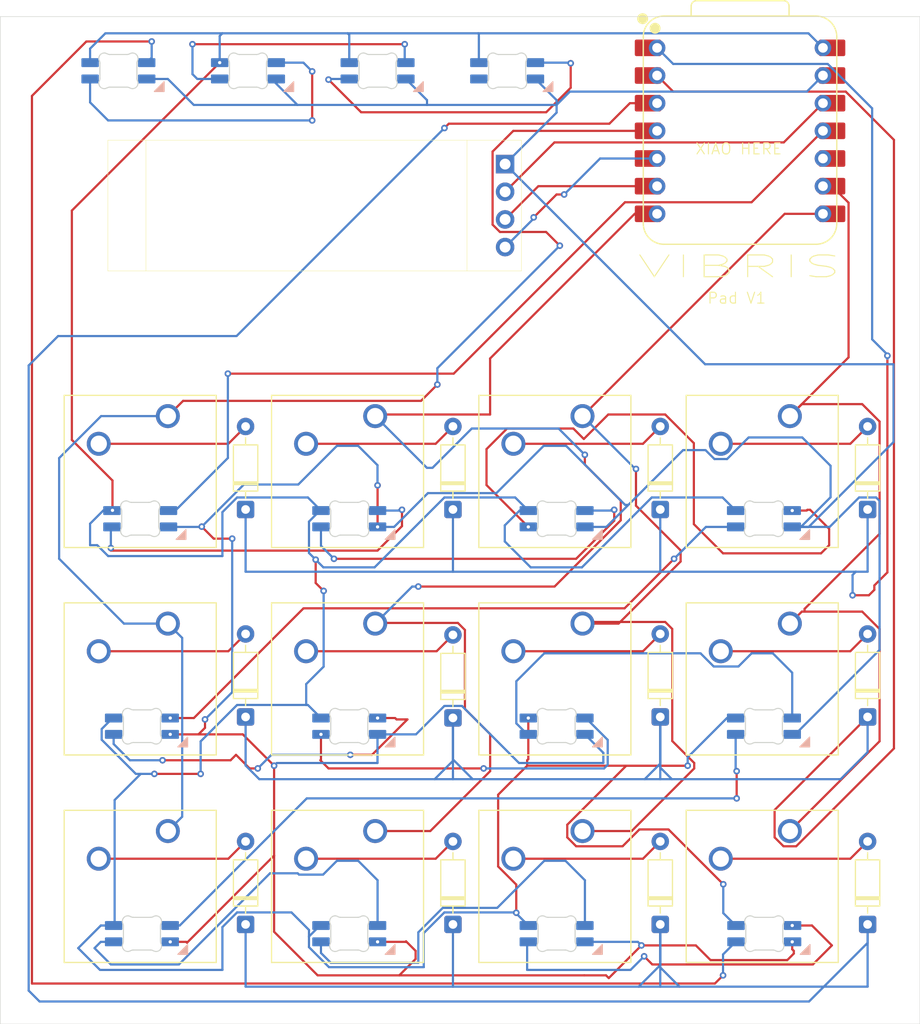
<source format=kicad_pcb>
(kicad_pcb (version 20241229) (generator "pcbnew") (generator_version "9.0")
  (layers (0 "F.Cu" signal) (2 "B.Cu" signal) (13 "F.Paste" user) (15 "B.Paste" user) (5 "F.SilkS" user "F.Silkscreen") (7 "B.SilkS" user "B.Silkscreen") (1 "F.Mask" user) (3 "B.Mask" user) (25 "Edge.Cuts" user))
  (net 0 "")
  (net 1 "Row 0")
  (net 2 "Net-(D1-A)")
  (net 3 "Net-(D2-A)")
  (net 4 "Net-(D3-A)")
  (net 5 "Net-(D4-A)")
  (net 6 "Net-(D5-A)")
  (net 7 "Row 1")
  (net 8 "Net-(D6-A)")
  (net 9 "Net-(D7-A)")
  (net 10 "Net-(D8-A)")
  (net 11 "Row 2")
  (net 12 "Net-(D9-A)")
  (net 13 "Net-(D10-A)")
  (net 14 "Net-(D11-A)")
  (net 15 "Net-(D12-A)")
  (net 16 "+5V")
  (net 17 "GPIO3")
  (net 18 "GND")
  (net 19 "Net-(D33-DOUT)")
  (net 20 "Net-(D34-DOUT)")
  (net 21 "Net-(D35-DOUT)")
  (net 22 "Net-(D36-DOUT)")
  (net 23 "Net-(D37-DOUT)")
  (net 24 "Net-(D38-DOUT)")
  (net 25 "Net-(D39-DOUT)")
  (net 26 "Net-(D40-DOUT)")
  (net 27 "Net-(D41-DOUT)")
  (net 28 "Net-(D42-DOUT)")
  (net 29 "Net-(D43-DOUT)")
  (net 30 "Net-(D44-DOUT)")
  (net 31 "Net-(D45-DOUT)")
  (net 32 "Net-(D46-DOUT)")
  (net 33 "Net-(D47-DOUT)")
  (net 35 "SDA")
  (net 36 "3V3")
  (net 37 "SCL")
  (net 38 "Column 0")
  (net 39 "Column 1")
  (net 40 "Column 2")
  (net 41 "Column 3")
  (footprint "Button_Switch_Keyboard:SW_Cherry_MX_1.00u_PCB" (layer "F.Cu") (at 190.547989 122.084421)
    (property "Reference" "SW12" (hide yes))
    (property "Value" "SW_Push_45deg" (hide yes))
  )
  (footprint "Button_Switch_Keyboard:SW_Cherry_MX_1.00u_PCB" (layer "F.Cu") (at 171.497989 122.084421)
    (property "Reference" "SW11" (hide yes))
    (property "Value" "SW_Push_45deg" (hide yes))
  )
  (footprint "footprints:SK6812MINI-E_fixed" (layer "F.Cu") (at 169.116739 93.509421)
    (property "Reference" "D35" (hide yes))
    (property "Value" "SK6812MINI-E" (hide yes))
    (fp_line (start -1.699998 0.6) (end -1.699998 -0.805684) (stroke (width 0.1)) (layer "Edge.Cuts"))
    (fp_line (start -0.794451 -1.602841) (end 0.794454 -1.602841) (stroke (width 0.1)) (layer "Edge.Cuts"))
    (fp_line (start 0.794453 1.397158) (end -0.794451 1.397158) (stroke (width 0.1)) (layer "Edge.Cuts"))
    (fp_line (start 1.7 -0.805684) (end 1.7 0.6) (stroke (width 0.1)) (layer "Edge.Cuts"))
    (fp_arc (start -1.749483 -1.022562) (mid -1.712526 -0.91691) (end -1.699998 -0.805684) (stroke (width 0.1)) (layer "Edge.Cuts"))
    (fp_arc (start -1.749483 -1.022562) (mid -1.63807 -1.606877) (end -1.04671 -1.671141) (stroke (width 0.1)) (layer "Edge.Cuts"))
    (fp_arc (start -1.699998 0.600001) (mid -1.712526 0.711226) (end -1.749483 0.816878) (stroke (width 0.1)) (layer "Edge.Cuts"))
    (fp_arc (start -1.04671 1.465455) (mid -1.638069 1.401192) (end -1.749483 0.816878) (stroke (width 0.1)) (layer "Edge.Cuts"))
    (fp_arc (start -1.046709 1.465457) (mid -0.925121 1.414535) (end -0.794451 1.397158) (stroke (width 0.1)) (layer "Edge.Cuts"))
    (fp_arc (start -0.794452 -1.602842) (mid -0.925122 -1.620219) (end -1.04671 -1.671141) (stroke (width 0.1)) (layer "Edge.Cuts"))
    (fp_arc (start 0.794453 1.397158) (mid 0.925124 1.414535) (end 1.046712 1.465457) (stroke (width 0.1)) (layer "Edge.Cuts"))
    (fp_arc (start 1.046712 -1.67114) (mid 0.925124 -1.620218) (end 0.794454 -1.602841) (stroke (width 0.1)) (layer "Edge.Cuts"))
    (fp_arc (start 1.046712 -1.67114) (mid 1.638072 -1.606876) (end 1.749485 -1.022562) (stroke (width 0.1)) (layer "Edge.Cuts"))
    (fp_arc (start 1.7 -0.805685) (mid 1.712528 -0.91691) (end 1.749485 -1.022562) (stroke (width 0.1)) (layer "Edge.Cuts"))
    (fp_arc (start 1.749485 0.816877) (mid 1.638073 1.401193) (end 1.046712 1.465457) (stroke (width 0.1)) (layer "Edge.Cuts"))
    (fp_arc (start 1.749485 0.816878) (mid 1.712528 0.711226) (end 1.7 0.6) (stroke (width 0.1)) (layer "Edge.Cuts"))
  )
  (footprint "footprints:SK6812MINI-E_fixed" (layer "F.Cu") (at 169.116739 131.609421)
    (property "Reference" "D43" (hide yes))
    (property "Value" "SK6812MINI-E" (hide yes))
    (fp_line (start -1.699998 0.6) (end -1.699998 -0.805684) (stroke (width 0.1)) (layer "Edge.Cuts"))
    (fp_line (start -0.794451 -1.602841) (end 0.794454 -1.602841) (stroke (width 0.1)) (layer "Edge.Cuts"))
    (fp_line (start 0.794453 1.397158) (end -0.794451 1.397158) (stroke (width 0.1)) (layer "Edge.Cuts"))
    (fp_line (start 1.7 -0.805684) (end 1.7 0.6) (stroke (width 0.1)) (layer "Edge.Cuts"))
    (fp_arc (start -1.749483 -1.022562) (mid -1.712526 -0.91691) (end -1.699998 -0.805684) (stroke (width 0.1)) (layer "Edge.Cuts"))
    (fp_arc (start -1.749483 -1.022562) (mid -1.63807 -1.606877) (end -1.04671 -1.671141) (stroke (width 0.1)) (layer "Edge.Cuts"))
    (fp_arc (start -1.699998 0.600001) (mid -1.712526 0.711226) (end -1.749483 0.816878) (stroke (width 0.1)) (layer "Edge.Cuts"))
    (fp_arc (start -1.04671 1.465455) (mid -1.638069 1.401192) (end -1.749483 0.816878) (stroke (width 0.1)) (layer "Edge.Cuts"))
    (fp_arc (start -1.046709 1.465457) (mid -0.925121 1.414535) (end -0.794451 1.397158) (stroke (width 0.1)) (layer "Edge.Cuts"))
    (fp_arc (start -0.794452 -1.602842) (mid -0.925122 -1.620219) (end -1.04671 -1.671141) (stroke (width 0.1)) (layer "Edge.Cuts"))
    (fp_arc (start 0.794453 1.397158) (mid 0.925124 1.414535) (end 1.046712 1.465457) (stroke (width 0.1)) (layer "Edge.Cuts"))
    (fp_arc (start 1.046712 -1.67114) (mid 0.925124 -1.620218) (end 0.794454 -1.602841) (stroke (width 0.1)) (layer "Edge.Cuts"))
    (fp_arc (start 1.046712 -1.67114) (mid 1.638072 -1.606876) (end 1.749485 -1.022562) (stroke (width 0.1)) (layer "Edge.Cuts"))
    (fp_arc (start 1.7 -0.805685) (mid 1.712528 -0.91691) (end 1.749485 -1.022562) (stroke (width 0.1)) (layer "Edge.Cuts"))
    (fp_arc (start 1.749485 0.816877) (mid 1.638073 1.401193) (end 1.046712 1.465457) (stroke (width 0.1)) (layer "Edge.Cuts"))
    (fp_arc (start 1.749485 0.816878) (mid 1.712528 0.711226) (end 1.7 0.6) (stroke (width 0.1)) (layer "Edge.Cuts"))
  )
  (footprint "footprints:SK6812MINI-E_fixed" (layer "F.Cu") (at 152.666738 52.381013)
    (property "Reference" "D47" (hide yes))
    (property "Value" "SK6812MINI-E" (hide yes))
    (fp_line (start -1.699998 0.6) (end -1.699998 -0.805684) (stroke (width 0.1)) (layer "Edge.Cuts"))
    (fp_line (start -0.794451 -1.602841) (end 0.794454 -1.602841) (stroke (width 0.1)) (layer "Edge.Cuts"))
    (fp_line (start 0.794453 1.397158) (end -0.794451 1.397158) (stroke (width 0.1)) (layer "Edge.Cuts"))
    (fp_line (start 1.7 -0.805684) (end 1.7 0.6) (stroke (width 0.1)) (layer "Edge.Cuts"))
    (fp_arc (start -1.749483 -1.022562) (mid -1.712526 -0.91691) (end -1.699998 -0.805684) (stroke (width 0.1)) (layer "Edge.Cuts"))
    (fp_arc (start -1.749483 -1.022562) (mid -1.63807 -1.606877) (end -1.04671 -1.671141) (stroke (width 0.1)) (layer "Edge.Cuts"))
    (fp_arc (start -1.699998 0.600001) (mid -1.712526 0.711226) (end -1.749483 0.816878) (stroke (width 0.1)) (layer "Edge.Cuts"))
    (fp_arc (start -1.04671 1.465455) (mid -1.638069 1.401192) (end -1.749483 0.816878) (stroke (width 0.1)) (layer "Edge.Cuts"))
    (fp_arc (start -1.046709 1.465457) (mid -0.925121 1.414535) (end -0.794451 1.397158) (stroke (width 0.1)) (layer "Edge.Cuts"))
    (fp_arc (start -0.794452 -1.602842) (mid -0.925122 -1.620219) (end -1.04671 -1.671141) (stroke (width 0.1)) (layer "Edge.Cuts"))
    (fp_arc (start 0.794453 1.397158) (mid 0.925124 1.414535) (end 1.046712 1.465457) (stroke (width 0.1)) (layer "Edge.Cuts"))
    (fp_arc (start 1.046712 -1.67114) (mid 0.925124 -1.620218) (end 0.794454 -1.602841) (stroke (width 0.1)) (layer "Edge.Cuts"))
    (fp_arc (start 1.046712 -1.67114) (mid 1.638072 -1.606876) (end 1.749485 -1.022562) (stroke (width 0.1)) (layer "Edge.Cuts"))
    (fp_arc (start 1.7 -0.805685) (mid 1.712528 -0.91691) (end 1.749485 -1.022562) (stroke (width 0.1)) (layer "Edge.Cuts"))
    (fp_arc (start 1.749485 0.816877) (mid 1.638073 1.401193) (end 1.046712 1.465457) (stroke (width 0.1)) (layer "Edge.Cuts"))
    (fp_arc (start 1.749485 0.816878) (mid 1.712528 0.711226) (end 1.7 0.6) (stroke (width 0.1)) (layer "Edge.Cuts"))
  )
  (footprint "Button_Switch_Keyboard:SW_Cherry_MX_1.00u_PCB" (layer "F.Cu") (at 190.547989 83.984421)
    (property "Reference" "SW4" (hide yes))
    (property "Value" "SW_Push_45deg" (hide yes))
  )
  (footprint "Diode_THT:D_DO-35_SOD27_P7.62mm_Horizontal" (layer "F.Cu") (at 140.541739 111.606921 90)
    (property "Reference" "D5" (hide yes))
    (property "Value" "1N4148" (hide yes))
  )
  (footprint "footprints:SK6812MINI-E_fixed" (layer "F.Cu") (at 140.760488 52.381013)
    (property "Reference" "D46" (hide yes))
    (property "Value" "SK6812MINI-E" (hide yes))
    (fp_line (start -1.699998 0.6) (end -1.699998 -0.805684) (stroke (width 0.1)) (layer "Edge.Cuts"))
    (fp_line (start -0.794451 -1.602841) (end 0.794454 -1.602841) (stroke (width 0.1)) (layer "Edge.Cuts"))
    (fp_line (start 0.794453 1.397158) (end -0.794451 1.397158) (stroke (width 0.1)) (layer "Edge.Cuts"))
    (fp_line (start 1.7 -0.805684) (end 1.7 0.6) (stroke (width 0.1)) (layer "Edge.Cuts"))
    (fp_arc (start -1.749483 -1.022562) (mid -1.712526 -0.91691) (end -1.699998 -0.805684) (stroke (width 0.1)) (layer "Edge.Cuts"))
    (fp_arc (start -1.749483 -1.022562) (mid -1.63807 -1.606877) (end -1.04671 -1.671141) (stroke (width 0.1)) (layer "Edge.Cuts"))
    (fp_arc (start -1.699998 0.600001) (mid -1.712526 0.711226) (end -1.749483 0.816878) (stroke (width 0.1)) (layer "Edge.Cuts"))
    (fp_arc (start -1.04671 1.465455) (mid -1.638069 1.401192) (end -1.749483 0.816878) (stroke (width 0.1)) (layer "Edge.Cuts"))
    (fp_arc (start -1.046709 1.465457) (mid -0.925121 1.414535) (end -0.794451 1.397158) (stroke (width 0.1)) (layer "Edge.Cuts"))
    (fp_arc (start -0.794452 -1.602842) (mid -0.925122 -1.620219) (end -1.04671 -1.671141) (stroke (width 0.1)) (layer "Edge.Cuts"))
    (fp_arc (start 0.794453 1.397158) (mid 0.925124 1.414535) (end 1.046712 1.465457) (stroke (width 0.1)) (layer "Edge.Cuts"))
    (fp_arc (start 1.046712 -1.67114) (mid 0.925124 -1.620218) (end 0.794454 -1.602841) (stroke (width 0.1)) (layer "Edge.Cuts"))
    (fp_arc (start 1.046712 -1.67114) (mid 1.638072 -1.606876) (end 1.749485 -1.022562) (stroke (width 0.1)) (layer "Edge.Cuts"))
    (fp_arc (start 1.7 -0.805685) (mid 1.712528 -0.91691) (end 1.749485 -1.022562) (stroke (width 0.1)) (layer "Edge.Cuts"))
    (fp_arc (start 1.749485 0.816877) (mid 1.638073 1.401193) (end 1.046712 1.465457) (stroke (width 0.1)) (layer "Edge.Cuts"))
    (fp_arc (start 1.749485 0.816878) (mid 1.712528 0.711226) (end 1.7 0.6) (stroke (width 0.1)) (layer "Edge.Cuts"))
  )
  (footprint "Diode_THT:D_DO-35_SOD27_P7.62mm_Horizontal" (layer "F.Cu") (at 178.641739 130.656921 90)
    (property "Reference" "D11" (hide yes))
    (property "Value" "1N4148" (hide yes))
  )
  (footprint "Diode_THT:D_DO-35_SOD27_P7.62mm_Horizontal" (layer "F.Cu") (at 197.691739 111.606921 90)
    (property "Reference" "D8" (hide yes))
    (property "Value" "1N4148" (hide yes))
  )
  (footprint "footprints:SK6812MINI-E_fixed" (layer "F.Cu") (at 188.166739 112.559421)
    (property "Reference" "D40" (hide yes))
    (property "Value" "SK6812MINI-E" (hide yes))
    (fp_line (start -1.699998 0.6) (end -1.699998 -0.805684) (stroke (width 0.1)) (layer "Edge.Cuts"))
    (fp_line (start -0.794451 -1.602841) (end 0.794454 -1.602841) (stroke (width 0.1)) (layer "Edge.Cuts"))
    (fp_line (start 0.794453 1.397158) (end -0.794451 1.397158) (stroke (width 0.1)) (layer "Edge.Cuts"))
    (fp_line (start 1.7 -0.805684) (end 1.7 0.6) (stroke (width 0.1)) (layer "Edge.Cuts"))
    (fp_arc (start -1.749483 -1.022562) (mid -1.712526 -0.91691) (end -1.699998 -0.805684) (stroke (width 0.1)) (layer "Edge.Cuts"))
    (fp_arc (start -1.749483 -1.022562) (mid -1.63807 -1.606877) (end -1.04671 -1.671141) (stroke (width 0.1)) (layer "Edge.Cuts"))
    (fp_arc (start -1.699998 0.600001) (mid -1.712526 0.711226) (end -1.749483 0.816878) (stroke (width 0.1)) (layer "Edge.Cuts"))
    (fp_arc (start -1.04671 1.465455) (mid -1.638069 1.401192) (end -1.749483 0.816878) (stroke (width 0.1)) (layer "Edge.Cuts"))
    (fp_arc (start -1.046709 1.465457) (mid -0.925121 1.414535) (end -0.794451 1.397158) (stroke (width 0.1)) (layer "Edge.Cuts"))
    (fp_arc (start -0.794452 -1.602842) (mid -0.925122 -1.620219) (end -1.04671 -1.671141) (stroke (width 0.1)) (layer "Edge.Cuts"))
    (fp_arc (start 0.794453 1.397158) (mid 0.925124 1.414535) (end 1.046712 1.465457) (stroke (width 0.1)) (layer "Edge.Cuts"))
    (fp_arc (start 1.046712 -1.67114) (mid 0.925124 -1.620218) (end 0.794454 -1.602841) (stroke (width 0.1)) (layer "Edge.Cuts"))
    (fp_arc (start 1.046712 -1.67114) (mid 1.638072 -1.606876) (end 1.749485 -1.022562) (stroke (width 0.1)) (layer "Edge.Cuts"))
    (fp_arc (start 1.7 -0.805685) (mid 1.712528 -0.91691) (end 1.749485 -1.022562) (stroke (width 0.1)) (layer "Edge.Cuts"))
    (fp_arc (start 1.749485 0.816877) (mid 1.638073 1.401193) (end 1.046712 1.465457) (stroke (width 0.1)) (layer "Edge.Cuts"))
    (fp_arc (start 1.749485 0.816878) (mid 1.712528 0.711226) (end 1.7 0.6) (stroke (width 0.1)) (layer "Edge.Cuts"))
  )
  (footprint "Button_Switch_Keyboard:SW_Cherry_MX_1.00u_PCB" (layer "F.Cu") (at 152.447989 122.084421)
    (property "Reference" "SW10" (hide yes))
    (property "Value" "SW_Push_45deg" (hide yes))
  )
  (footprint "Diode_THT:D_DO-35_SOD27_P7.62mm_Horizontal" (layer "F.Cu") (at 159.591739 111.694421 90)
    (property "Reference" "D6" (hide yes))
    (property "Value" "1N4148" (hide yes))
  )
  (footprint "Diode_THT:D_DO-35_SOD27_P7.62mm_Horizontal" (layer "F.Cu") (at 140.541739 130.656921 90)
    (property "Reference" "D9" (hide yes))
    (property "Value" "1N4148" (hide yes))
  )
  (footprint "footprints:SK6812MINI-E_fixed" (layer "F.Cu") (at 188.166739 93.509421)
    (property "Reference" "D36" (hide yes))
    (property "Value" "SK6812MINI-E" (hide yes))
    (fp_line (start -1.699998 0.6) (end -1.699998 -0.805684) (stroke (width 0.1)) (layer "Edge.Cuts"))
    (fp_line (start -0.794451 -1.602841) (end 0.794454 -1.602841) (stroke (width 0.1)) (layer "Edge.Cuts"))
    (fp_line (start 0.794453 1.397158) (end -0.794451 1.397158) (stroke (width 0.1)) (layer "Edge.Cuts"))
    (fp_line (start 1.7 -0.805684) (end 1.7 0.6) (stroke (width 0.1)) (layer "Edge.Cuts"))
    (fp_arc (start -1.749483 -1.022562) (mid -1.712526 -0.91691) (end -1.699998 -0.805684) (stroke (width 0.1)) (layer "Edge.Cuts"))
    (fp_arc (start -1.749483 -1.022562) (mid -1.63807 -1.606877) (end -1.04671 -1.671141) (stroke (width 0.1)) (layer "Edge.Cuts"))
    (fp_arc (start -1.699998 0.600001) (mid -1.712526 0.711226) (end -1.749483 0.816878) (stroke (width 0.1)) (layer "Edge.Cuts"))
    (fp_arc (start -1.04671 1.465455) (mid -1.638069 1.401192) (end -1.749483 0.816878) (stroke (width 0.1)) (layer "Edge.Cuts"))
    (fp_arc (start -1.046709 1.465457) (mid -0.925121 1.414535) (end -0.794451 1.397158) (stroke (width 0.1)) (layer "Edge.Cuts"))
    (fp_arc (start -0.794452 -1.602842) (mid -0.925122 -1.620219) (end -1.04671 -1.671141) (stroke (width 0.1)) (layer "Edge.Cuts"))
    (fp_arc (start 0.794453 1.397158) (mid 0.925124 1.414535) (end 1.046712 1.465457) (stroke (width 0.1)) (layer "Edge.Cuts"))
    (fp_arc (start 1.046712 -1.67114) (mid 0.925124 -1.620218) (end 0.794454 -1.602841) (stroke (width 0.1)) (layer "Edge.Cuts"))
    (fp_arc (start 1.046712 -1.67114) (mid 1.638072 -1.606876) (end 1.749485 -1.022562) (stroke (width 0.1)) (layer "Edge.Cuts"))
    (fp_arc (start 1.7 -0.805685) (mid 1.712528 -0.91691) (end 1.749485 -1.022562) (stroke (width 0.1)) (layer "Edge.Cuts"))
    (fp_arc (start 1.749485 0.816877) (mid 1.638073 1.401193) (end 1.046712 1.465457) (stroke (width 0.1)) (layer "Edge.Cuts"))
    (fp_arc (start 1.749485 0.816878) (mid 1.712528 0.711226) (end 1.7 0.6) (stroke (width 0.1)) (layer "Edge.Cuts"))
  )
  (footprint "footprints:SK6812MINI-E_fixed" (layer "F.Cu") (at 169.116739 112.559421)
    (property "Reference" "D39" (hide yes))
    (property "Value" "SK6812MINI-E" (hide yes))
    (fp_line (start -1.699998 0.6) (end -1.699998 -0.805684) (stroke (width 0.1)) (layer "Edge.Cuts"))
    (fp_line (start -0.794451 -1.602841) (end 0.794454 -1.602841) (stroke (width 0.1)) (layer "Edge.Cuts"))
    (fp_line (start 0.794453 1.397158) (end -0.794451 1.397158) (stroke (width 0.1)) (layer "Edge.Cuts"))
    (fp_line (start 1.7 -0.805684) (end 1.7 0.6) (stroke (width 0.1)) (layer "Edge.Cuts"))
    (fp_arc (start -1.749483 -1.022562) (mid -1.712526 -0.91691) (end -1.699998 -0.805684) (stroke (width 0.1)) (layer "Edge.Cuts"))
    (fp_arc (start -1.749483 -1.022562) (mid -1.63807 -1.606877) (end -1.04671 -1.671141) (stroke (width 0.1)) (layer "Edge.Cuts"))
    (fp_arc (start -1.699998 0.600001) (mid -1.712526 0.711226) (end -1.749483 0.816878) (stroke (width 0.1)) (layer "Edge.Cuts"))
    (fp_arc (start -1.04671 1.465455) (mid -1.638069 1.401192) (end -1.749483 0.816878) (stroke (width 0.1)) (layer "Edge.Cuts"))
    (fp_arc (start -1.046709 1.465457) (mid -0.925121 1.414535) (end -0.794451 1.397158) (stroke (width 0.1)) (layer "Edge.Cuts"))
    (fp_arc (start -0.794452 -1.602842) (mid -0.925122 -1.620219) (end -1.04671 -1.671141) (stroke (width 0.1)) (layer "Edge.Cuts"))
    (fp_arc (start 0.794453 1.397158) (mid 0.925124 1.414535) (end 1.046712 1.465457) (stroke (width 0.1)) (layer "Edge.Cuts"))
    (fp_arc (start 1.046712 -1.67114) (mid 0.925124 -1.620218) (end 0.794454 -1.602841) (stroke (width 0.1)) (layer "Edge.Cuts"))
    (fp_arc (start 1.046712 -1.67114) (mid 1.638072 -1.606876) (end 1.749485 -1.022562) (stroke (width 0.1)) (layer "Edge.Cuts"))
    (fp_arc (start 1.7 -0.805685) (mid 1.712528 -0.91691) (end 1.749485 -1.022562) (stroke (width 0.1)) (layer "Edge.Cuts"))
    (fp_arc (start 1.749485 0.816877) (mid 1.638073 1.401193) (end 1.046712 1.465457) (stroke (width 0.1)) (layer "Edge.Cuts"))
    (fp_arc (start 1.749485 0.816878) (mid 1.712528 0.711226) (end 1.7 0.6) (stroke (width 0.1)) (layer "Edge.Cuts"))
  )
  (footprint "footprints:SK6812MINI-E_fixed" (layer "F.Cu") (at 150.066739 112.559421)
    (property "Reference" "D38" (hide yes))
    (property "Value" "SK6812MINI-E" (hide yes))
    (fp_line (start -1.699998 0.6) (end -1.699998 -0.805684) (stroke (width 0.1)) (layer "Edge.Cuts"))
    (fp_line (start -0.794451 -1.602841) (end 0.794454 -1.602841) (stroke (width 0.1)) (layer "Edge.Cuts"))
    (fp_line (start 0.794453 1.397158) (end -0.794451 1.397158) (stroke (width 0.1)) (layer "Edge.Cuts"))
    (fp_line (start 1.7 -0.805684) (end 1.7 0.6) (stroke (width 0.1)) (layer "Edge.Cuts"))
    (fp_arc (start -1.749483 -1.022562) (mid -1.712526 -0.91691) (end -1.699998 -0.805684) (stroke (width 0.1)) (layer "Edge.Cuts"))
    (fp_arc (start -1.749483 -1.022562) (mid -1.63807 -1.606877) (end -1.04671 -1.671141) (stroke (width 0.1)) (layer "Edge.Cuts"))
    (fp_arc (start -1.699998 0.600001) (mid -1.712526 0.711226) (end -1.749483 0.816878) (stroke (width 0.1)) (layer "Edge.Cuts"))
    (fp_arc (start -1.04671 1.465455) (mid -1.638069 1.401192) (end -1.749483 0.816878) (stroke (width 0.1)) (layer "Edge.Cuts"))
    (fp_arc (start -1.046709 1.465457) (mid -0.925121 1.414535) (end -0.794451 1.397158) (stroke (width 0.1)) (layer "Edge.Cuts"))
    (fp_arc (start -0.794452 -1.602842) (mid -0.925122 -1.620219) (end -1.04671 -1.671141) (stroke (width 0.1)) (layer "Edge.Cuts"))
    (fp_arc (start 0.794453 1.397158) (mid 0.925124 1.414535) (end 1.046712 1.465457) (stroke (width 0.1)) (layer "Edge.Cuts"))
    (fp_arc (start 1.046712 -1.67114) (mid 0.925124 -1.620218) (end 0.794454 -1.602841) (stroke (width 0.1)) (layer "Edge.Cuts"))
    (fp_arc (start 1.046712 -1.67114) (mid 1.638072 -1.606876) (end 1.749485 -1.022562) (stroke (width 0.1)) (layer "Edge.Cuts"))
    (fp_arc (start 1.7 -0.805685) (mid 1.712528 -0.91691) (end 1.749485 -1.022562) (stroke (width 0.1)) (layer "Edge.Cuts"))
    (fp_arc (start 1.749485 0.816877) (mid 1.638073 1.401193) (end 1.046712 1.465457) (stroke (width 0.1)) (layer "Edge.Cuts"))
    (fp_arc (start 1.749485 0.816878) (mid 1.712528 0.711226) (end 1.7 0.6) (stroke (width 0.1)) (layer "Edge.Cuts"))
  )
  (footprint "Diode_THT:D_DO-35_SOD27_P7.62mm_Horizontal" (layer "F.Cu") (at 197.691739 92.556921 90)
    (property "Reference" "D4" (hide yes))
    (property "Value" "1N4148" (hide yes))
  )
  (footprint "Button_Switch_Keyboard:SW_Cherry_MX_1.00u_PCB" (layer "F.Cu") (at 152.447989 103.034421)
    (property "Reference" "SW6" (hide yes))
    (property "Value" "SW_Push_45deg" (hide yes))
  )
  (footprint "footprints:SK6812MINI-E_fixed" (layer "F.Cu") (at 131.016739 112.559421)
    (property "Reference" "D37" (hide yes))
    (property "Value" "SK6812MINI-E" (hide yes))
    (fp_line (start -1.699998 0.6) (end -1.699998 -0.805684) (stroke (width 0.1)) (layer "Edge.Cuts"))
    (fp_line (start -0.794451 -1.602841) (end 0.794454 -1.602841) (stroke (width 0.1)) (layer "Edge.Cuts"))
    (fp_line (start 0.794453 1.397158) (end -0.794451 1.397158) (stroke (width 0.1)) (layer "Edge.Cuts"))
    (fp_line (start 1.7 -0.805684) (end 1.7 0.6) (stroke (width 0.1)) (layer "Edge.Cuts"))
    (fp_arc (start -1.749483 -1.022562) (mid -1.712526 -0.91691) (end -1.699998 -0.805684) (stroke (width 0.1)) (layer "Edge.Cuts"))
    (fp_arc (start -1.749483 -1.022562) (mid -1.63807 -1.606877) (end -1.04671 -1.671141) (stroke (width 0.1)) (layer "Edge.Cuts"))
    (fp_arc (start -1.699998 0.600001) (mid -1.712526 0.711226) (end -1.749483 0.816878) (stroke (width 0.1)) (layer "Edge.Cuts"))
    (fp_arc (start -1.04671 1.465455) (mid -1.638069 1.401192) (end -1.749483 0.816878) (stroke (width 0.1)) (layer "Edge.Cuts"))
    (fp_arc (start -1.046709 1.465457) (mid -0.925121 1.414535) (end -0.794451 1.397158) (stroke (width 0.1)) (layer "Edge.Cuts"))
    (fp_arc (start -0.794452 -1.602842) (mid -0.925122 -1.620219) (end -1.04671 -1.671141) (stroke (width 0.1)) (layer "Edge.Cuts"))
    (fp_arc (start 0.794453 1.397158) (mid 0.925124 1.414535) (end 1.046712 1.465457) (stroke (width 0.1)) (layer "Edge.Cuts"))
    (fp_arc (start 1.046712 -1.67114) (mid 0.925124 -1.620218) (end 0.794454 -1.602841) (stroke (width 0.1)) (layer "Edge.Cuts"))
    (fp_arc (start 1.046712 -1.67114) (mid 1.638072 -1.606876) (end 1.749485 -1.022562) (stroke (width 0.1)) (layer "Edge.Cuts"))
    (fp_arc (start 1.7 -0.805685) (mid 1.712528 -0.91691) (end 1.749485 -1.022562) (stroke (width 0.1)) (layer "Edge.Cuts"))
    (fp_arc (start 1.749485 0.816877) (mid 1.638073 1.401193) (end 1.046712 1.465457) (stroke (width 0.1)) (layer "Edge.Cuts"))
    (fp_arc (start 1.749485 0.816878) (mid 1.712528 0.711226) (end 1.7 0.6) (stroke (width 0.1)) (layer "Edge.Cuts"))
  )
  (footprint "Button_Switch_Keyboard:SW_Cherry_MX_1.00u_PCB" (layer "F.Cu") (at 190.547989 103.034421)
    (property "Reference" "SW8" (hide yes))
    (property "Value" "SW_Push_45deg" (hide yes))
  )
  (footprint "Oled:SSD1306-0.91-OLED-4pin-128x32" (layer "F.Cu") (at 127.885489 58.654421)
    (property "Reference" "J1" (hide yes))
    (property "Value" "Conn_01x04_Pin" (hide yes))
  )
  (footprint "footprints:SK6812MINI-E_fixed" (layer "F.Cu") (at 131.016739 131.609421)
    (property "Reference" "D41" (hide yes))
    (property "Value" "SK6812MINI-E" (hide yes))
    (fp_line (start -1.699998 0.6) (end -1.699998 -0.805684) (stroke (width 0.1)) (layer "Edge.Cuts"))
    (fp_line (start -0.794451 -1.602841) (end 0.794454 -1.602841) (stroke (width 0.1)) (layer "Edge.Cuts"))
    (fp_line (start 0.794453 1.397158) (end -0.794451 1.397158) (stroke (width 0.1)) (layer "Edge.Cuts"))
    (fp_line (start 1.7 -0.805684) (end 1.7 0.6) (stroke (width 0.1)) (layer "Edge.Cuts"))
    (fp_arc (start -1.749483 -1.022562) (mid -1.712526 -0.91691) (end -1.699998 -0.805684) (stroke (width 0.1)) (layer "Edge.Cuts"))
    (fp_arc (start -1.749483 -1.022562) (mid -1.63807 -1.606877) (end -1.04671 -1.671141) (stroke (width 0.1)) (layer "Edge.Cuts"))
    (fp_arc (start -1.699998 0.600001) (mid -1.712526 0.711226) (end -1.749483 0.816878) (stroke (width 0.1)) (layer "Edge.Cuts"))
    (fp_arc (start -1.04671 1.465455) (mid -1.638069 1.401192) (end -1.749483 0.816878) (stroke (width 0.1)) (layer "Edge.Cuts"))
    (fp_arc (start -1.046709 1.465457) (mid -0.925121 1.414535) (end -0.794451 1.397158) (stroke (width 0.1)) (layer "Edge.Cuts"))
    (fp_arc (start -0.794452 -1.602842) (mid -0.925122 -1.620219) (end -1.04671 -1.671141) (stroke (width 0.1)) (layer "Edge.Cuts"))
    (fp_arc (start 0.794453 1.397158) (mid 0.925124 1.414535) (end 1.046712 1.465457) (stroke (width 0.1)) (layer "Edge.Cuts"))
    (fp_arc (start 1.046712 -1.67114) (mid 0.925124 -1.620218) (end 0.794454 -1.602841) (stroke (width 0.1)) (layer "Edge.Cuts"))
    (fp_arc (start 1.046712 -1.67114) (mid 1.638072 -1.606876) (end 1.749485 -1.022562) (stroke (width 0.1)) (layer "Edge.Cuts"))
    (fp_arc (start 1.7 -0.805685) (mid 1.712528 -0.91691) (end 1.749485 -1.022562) (stroke (width 0.1)) (layer "Edge.Cuts"))
    (fp_arc (start 1.749485 0.816877) (mid 1.638073 1.401193) (end 1.046712 1.465457) (stroke (width 0.1)) (layer "Edge.Cuts"))
    (fp_arc (start 1.749485 0.816878) (mid 1.712528 0.711226) (end 1.7 0.6) (stroke (width 0.1)) (layer "Edge.Cuts"))
  )
  (footprint "footprints:SK6812MINI-E_fixed" (layer "F.Cu") (at 128.854238 52.381013)
    (property "Reference" "D45" (hide yes))
    (property "Value" "SK6812MINI-E" (hide yes))
    (fp_line (start -1.699998 0.6) (end -1.699998 -0.805684) (stroke (width 0.1)) (layer "Edge.Cuts"))
    (fp_line (start -0.794451 -1.602841) (end 0.794454 -1.602841) (stroke (width 0.1)) (layer "Edge.Cuts"))
    (fp_line (start 0.794453 1.397158) (end -0.794451 1.397158) (stroke (width 0.1)) (layer "Edge.Cuts"))
    (fp_line (start 1.7 -0.805684) (end 1.7 0.6) (stroke (width 0.1)) (layer "Edge.Cuts"))
    (fp_arc (start -1.749483 -1.022562) (mid -1.712526 -0.91691) (end -1.699998 -0.805684) (stroke (width 0.1)) (layer "Edge.Cuts"))
    (fp_arc (start -1.749483 -1.022562) (mid -1.63807 -1.606877) (end -1.04671 -1.671141) (stroke (width 0.1)) (layer "Edge.Cuts"))
    (fp_arc (start -1.699998 0.600001) (mid -1.712526 0.711226) (end -1.749483 0.816878) (stroke (width 0.1)) (layer "Edge.Cuts"))
    (fp_arc (start -1.04671 1.465455) (mid -1.638069 1.401192) (end -1.749483 0.816878) (stroke (width 0.1)) (layer "Edge.Cuts"))
    (fp_arc (start -1.046709 1.465457) (mid -0.925121 1.414535) (end -0.794451 1.397158) (stroke (width 0.1)) (layer "Edge.Cuts"))
    (fp_arc (start -0.794452 -1.602842) (mid -0.925122 -1.620219) (end -1.04671 -1.671141) (stroke (width 0.1)) (layer "Edge.Cuts"))
    (fp_arc (start 0.794453 1.397158) (mid 0.925124 1.414535) (end 1.046712 1.465457) (stroke (width 0.1)) (layer "Edge.Cuts"))
    (fp_arc (start 1.046712 -1.67114) (mid 0.925124 -1.620218) (end 0.794454 -1.602841) (stroke (width 0.1)) (layer "Edge.Cuts"))
    (fp_arc (start 1.046712 -1.67114) (mid 1.638072 -1.606876) (end 1.749485 -1.022562) (stroke (width 0.1)) (layer "Edge.Cuts"))
    (fp_arc (start 1.7 -0.805685) (mid 1.712528 -0.91691) (end 1.749485 -1.022562) (stroke (width 0.1)) (layer "Edge.Cuts"))
    (fp_arc (start 1.749485 0.816877) (mid 1.638073 1.401193) (end 1.046712 1.465457) (stroke (width 0.1)) (layer "Edge.Cuts"))
    (fp_arc (start 1.749485 0.816878) (mid 1.712528 0.711226) (end 1.7 0.6) (stroke (width 0.1)) (layer "Edge.Cuts"))
  )
  (footprint "Button_Switch_Keyboard:SW_Cherry_MX_1.00u_PCB" (layer "F.Cu") (at 171.497989 103.034421)
    (property "Reference" "SW7" (hide yes))
    (property "Value" "SW_Push_45deg" (hide yes))
  )
  (footprint "footprints:SK6812MINI-E_fixed" (layer "F.Cu") (at 188.199999 131.609421)
    (property "Reference" "D44" (hide yes))
    (property "Value" "SK6812MINI-E" (hide yes))
    (fp_line (start -1.699998 0.6) (end -1.699998 -0.805684) (stroke (width 0.1)) (layer "Edge.Cuts"))
    (fp_line (start -0.794451 -1.602841) (end 0.794454 -1.602841) (stroke (width 0.1)) (layer "Edge.Cuts"))
    (fp_line (start 0.794453 1.397158) (end -0.794451 1.397158) (stroke (width 0.1)) (layer "Edge.Cuts"))
    (fp_line (start 1.7 -0.805684) (end 1.7 0.6) (stroke (width 0.1)) (layer "Edge.Cuts"))
    (fp_arc (start -1.749483 -1.022562) (mid -1.712526 -0.91691) (end -1.699998 -0.805684) (stroke (width 0.1)) (layer "Edge.Cuts"))
    (fp_arc (start -1.749483 -1.022562) (mid -1.63807 -1.606877) (end -1.04671 -1.671141) (stroke (width 0.1)) (layer "Edge.Cuts"))
    (fp_arc (start -1.699998 0.600001) (mid -1.712526 0.711226) (end -1.749483 0.816878) (stroke (width 0.1)) (layer "Edge.Cuts"))
    (fp_arc (start -1.04671 1.465455) (mid -1.638069 1.401192) (end -1.749483 0.816878) (stroke (width 0.1)) (layer "Edge.Cuts"))
    (fp_arc (start -1.046709 1.465457) (mid -0.925121 1.414535) (end -0.794451 1.397158) (stroke (width 0.1)) (layer "Edge.Cuts"))
    (fp_arc (start -0.794452 -1.602842) (mid -0.925122 -1.620219) (end -1.04671 -1.671141) (stroke (width 0.1)) (layer "Edge.Cuts"))
    (fp_arc (start 0.794453 1.397158) (mid 0.925124 1.414535) (end 1.046712 1.465457) (stroke (width 0.1)) (layer "Edge.Cuts"))
    (fp_arc (start 1.046712 -1.67114) (mid 0.925124 -1.620218) (end 0.794454 -1.602841) (stroke (width 0.1)) (layer "Edge.Cuts"))
    (fp_arc (start 1.046712 -1.67114) (mid 1.638072 -1.606876) (end 1.749485 -1.022562) (stroke (width 0.1)) (layer "Edge.Cuts"))
    (fp_arc (start 1.7 -0.805685) (mid 1.712528 -0.91691) (end 1.749485 -1.022562) (stroke (width 0.1)) (layer "Edge.Cuts"))
    (fp_arc (start 1.749485 0.816877) (mid 1.638073 1.401193) (end 1.046712 1.465457) (stroke (width 0.1)) (layer "Edge.Cuts"))
    (fp_arc (start 1.749485 0.816878) (mid 1.712528 0.711226) (end 1.7 0.6) (stroke (width 0.1)) (layer "Edge.Cuts"))
  )
  (footprint "footprints:SK6812MINI-E_fixed" (layer "F.Cu") (at 164.572988 52.381013)
    (property "Reference" "D48" (hide yes))
    (property "Value" "SK6812MINI-E" (hide yes))
    (fp_line (start -1.699998 0.6) (end -1.699998 -0.805684) (stroke (width 0.1)) (layer "Edge.Cuts"))
    (fp_line (start -0.794451 -1.602841) (end 0.794454 -1.602841) (stroke (width 0.1)) (layer "Edge.Cuts"))
    (fp_line (start 0.794453 1.397158) (end -0.794451 1.397158) (stroke (width 0.1)) (layer "Edge.Cuts"))
    (fp_line (start 1.7 -0.805684) (end 1.7 0.6) (stroke (width 0.1)) (layer "Edge.Cuts"))
    (fp_arc (start -1.749483 -1.022562) (mid -1.712526 -0.91691) (end -1.699998 -0.805684) (stroke (width 0.1)) (layer "Edge.Cuts"))
    (fp_arc (start -1.749483 -1.022562) (mid -1.63807 -1.606877) (end -1.04671 -1.671141) (stroke (width 0.1)) (layer "Edge.Cuts"))
    (fp_arc (start -1.699998 0.600001) (mid -1.712526 0.711226) (end -1.749483 0.816878) (stroke (width 0.1)) (layer "Edge.Cuts"))
    (fp_arc (start -1.04671 1.465455) (mid -1.638069 1.401192) (end -1.749483 0.816878) (stroke (width 0.1)) (layer "Edge.Cuts"))
    (fp_arc (start -1.046709 1.465457) (mid -0.925121 1.414535) (end -0.794451 1.397158) (stroke (width 0.1)) (layer "Edge.Cuts"))
    (fp_arc (start -0.794452 -1.602842) (mid -0.925122 -1.620219) (end -1.04671 -1.671141) (stroke (width 0.1)) (layer "Edge.Cuts"))
    (fp_arc (start 0.794453 1.397158) (mid 0.925124 1.414535) (end 1.046712 1.465457) (stroke (width 0.1)) (layer "Edge.Cuts"))
    (fp_arc (start 1.046712 -1.67114) (mid 0.925124 -1.620218) (end 0.794454 -1.602841) (stroke (width 0.1)) (layer "Edge.Cuts"))
    (fp_arc (start 1.046712 -1.67114) (mid 1.638072 -1.606876) (end 1.749485 -1.022562) (stroke (width 0.1)) (layer "Edge.Cuts"))
    (fp_arc (start 1.7 -0.805685) (mid 1.712528 -0.91691) (end 1.749485 -1.022562) (stroke (width 0.1)) (layer "Edge.Cuts"))
    (fp_arc (start 1.749485 0.816877) (mid 1.638073 1.401193) (end 1.046712 1.465457) (stroke (width 0.1)) (layer "Edge.Cuts"))
    (fp_arc (start 1.749485 0.816878) (mid 1.712528 0.711226) (end 1.7 0.6) (stroke (width 0.1)) (layer "Edge.Cuts"))
  )
  (footprint "footprints:SK6812MINI-E_fixed" (layer "F.Cu") (at 150.066739 93.509421)
    (property "Reference" "D34" (hide yes))
    (property "Value" "SK6812MINI-E" (hide yes))
    (fp_line (start -1.699998 0.6) (end -1.699998 -0.805684) (stroke (width 0.1)) (layer "Edge.Cuts"))
    (fp_line (start -0.794451 -1.602841) (end 0.794454 -1.602841) (stroke (width 0.1)) (layer "Edge.Cuts"))
    (fp_line (start 0.794453 1.397158) (end -0.794451 1.397158) (stroke (width 0.1)) (layer "Edge.Cuts"))
    (fp_line (start 1.7 -0.805684) (end 1.7 0.6) (stroke (width 0.1)) (layer "Edge.Cuts"))
    (fp_arc (start -1.749483 -1.022562) (mid -1.712526 -0.91691) (end -1.699998 -0.805684) (stroke (width 0.1)) (layer "Edge.Cuts"))
    (fp_arc (start -1.749483 -1.022562) (mid -1.63807 -1.606877) (end -1.04671 -1.671141) (stroke (width 0.1)) (layer "Edge.Cuts"))
    (fp_arc (start -1.699998 0.600001) (mid -1.712526 0.711226) (end -1.749483 0.816878) (stroke (width 0.1)) (layer "Edge.Cuts"))
    (fp_arc (start -1.04671 1.465455) (mid -1.638069 1.401192) (end -1.749483 0.816878) (stroke (width 0.1)) (layer "Edge.Cuts"))
    (fp_arc (start -1.046709 1.465457) (mid -0.925121 1.414535) (end -0.794451 1.397158) (stroke (width 0.1)) (layer "Edge.Cuts"))
    (fp_arc (start -0.794452 -1.602842) (mid -0.925122 -1.620219) (end -1.04671 -1.671141) (stroke (width 0.1)) (layer "Edge.Cuts"))
    (fp_arc (start 0.794453 1.397158) (mid 0.925124 1.414535) (end 1.046712 1.465457) (stroke (width 0.1)) (layer "Edge.Cuts"))
    (fp_arc (start 1.046712 -1.67114) (mid 0.925124 -1.620218) (end 0.794454 -1.602841) (stroke (width 0.1)) (layer "Edge.Cuts"))
    (fp_arc (start 1.046712 -1.67114) (mid 1.638072 -1.606876) (end 1.749485 -1.022562) (stroke (width 0.1)) (layer "Edge.Cuts"))
    (fp_arc (start 1.7 -0.805685) (mid 1.712528 -0.91691) (end 1.749485 -1.022562) (stroke (width 0.1)) (layer "Edge.Cuts"))
    (fp_arc (start 1.749485 0.816877) (mid 1.638073 1.401193) (end 1.046712 1.465457) (stroke (width 0.1)) (layer "Edge.Cuts"))
    (fp_arc (start 1.749485 0.816878) (mid 1.712528 0.711226) (end 1.7 0.6) (stroke (width 0.1)) (layer "Edge.Cuts"))
  )
  (footprint "Diode_THT:D_DO-35_SOD27_P7.62mm_Horizontal" (layer "F.Cu") (at 159.591739 92.556921 90)
    (property "Reference" "D2" (hide yes))
    (property "Value" "1N4148" (hide yes))
  )
  (footprint "Button_Switch_Keyboard:SW_Cherry_MX_1.00u_PCB" (layer "F.Cu") (at 171.497989 83.984421)
    (property "Reference" "SW3" (hide yes))
    (property "Value" "SW_Push_45deg" (hide yes))
  )
  (footprint "OPL_Kicad_Library-master:XIAO-RP2040-DIP" (layer "F.Cu") (at 185.970489 57.790671)
    (property "Reference" "U1" (hide yes))
    (property "Value" "XIAO-RP2040-DIP" (hide yes))
  )
  (footprint "Diode_THT:D_DO-35_SOD27_P7.62mm_Horizontal" (layer "F.Cu") (at 178.641739 111.606921 90)
    (property "Reference" "D7" (hide yes))
    (property "Value" "1N4148" (hide yes))
  )
  (footprint "Diode_THT:D_DO-35_SOD27_P7.62mm_Horizontal" (layer "F.Cu") (at 178.641739 92.556921 90)
    (property "Reference" "D3" (hide yes))
    (property "Value" "1N4148" (hide yes))
  )
  (footprint "footprints:SK6812MINI-E_fixed" (layer "F.Cu") (at 130.857989 93.509421)
    (property "Reference" "D33" (hide yes))
    (property "Value" "SK6812MINI-E" (hide yes))
    (fp_line (start -1.699998 0.6) (end -1.699998 -0.805684) (stroke (width 0.1)) (layer "Edge.Cuts"))
    (fp_line (start -0.794451 -1.602841) (end 0.794454 -1.602841) (stroke (width 0.1)) (layer "Edge.Cuts"))
    (fp_line (start 0.794453 1.397158) (end -0.794451 1.397158) (stroke (width 0.1)) (layer "Edge.Cuts"))
    (fp_line (start 1.7 -0.805684) (end 1.7 0.6) (stroke (width 0.1)) (layer "Edge.Cuts"))
    (fp_arc (start -1.749483 -1.022562) (mid -1.712526 -0.91691) (end -1.699998 -0.805684) (stroke (width 0.1)) (layer "Edge.Cuts"))
    (fp_arc (start -1.749483 -1.022562) (mid -1.63807 -1.606877) (end -1.04671 -1.671141) (stroke (width 0.1)) (layer "Edge.Cuts"))
    (fp_arc (start -1.699998 0.600001) (mid -1.712526 0.711226) (end -1.749483 0.816878) (stroke (width 0.1)) (layer "Edge.Cuts"))
    (fp_arc (start -1.04671 1.465455) (mid -1.638069 1.401192) (end -1.749483 0.816878) (stroke (width 0.1)) (layer "Edge.Cuts"))
    (fp_arc (start -1.046709 1.465457) (mid -0.925121 1.414535) (end -0.794451 1.397158) (stroke (width 0.1)) (layer "Edge.Cuts"))
    (fp_arc (start -0.794452 -1.602842) (mid -0.925122 -1.620219) (end -1.04671 -1.671141) (stroke (width 0.1)) (layer "Edge.Cuts"))
    (fp_arc (start 0.794453 1.397158) (mid 0.925124 1.414535) (end 1.046712 1.465457) (stroke (width 0.1)) (layer "Edge.Cuts"))
    (fp_arc (start 1.046712 -1.67114) (mid 0.925124 -1.620218) (end 0.794454 -1.602841) (stroke (width 0.1)) (layer "Edge.Cuts"))
    (fp_arc (start 1.046712 -1.67114) (mid 1.638072 -1.606876) (end 1.749485 -1.022562) (stroke (width 0.1)) (layer "Edge.Cuts"))
    (fp_arc (start 1.7 -0.805685) (mid 1.712528 -0.91691) (end 1.749485 -1.022562) (stroke (width 0.1)) (layer "Edge.Cuts"))
    (fp_arc (start 1.749485 0.816877) (mid 1.638073 1.401193) (end 1.046712 1.465457) (stroke (width 0.1)) (layer "Edge.Cuts"))
    (fp_arc (start 1.749485 0.816878) (mid 1.712528 0.711226) (end 1.7 0.6) (stroke (width 0.1)) (layer "Edge.Cuts"))
  )
  (footprint "Button_Switch_Keyboard:SW_Cherry_MX_1.00u_PCB" (layer "F.Cu") (at 133.397989 122.084421)
    (property "Reference" "SW9" (hide yes))
    (property "Value" "SW_Push_45deg" (hide yes))
  )
  (footprint "Button_Switch_Keyboard:SW_Cherry_MX_1.00u_PCB" (layer "F.Cu") (at 133.397989 103.034421)
    (property "Reference" "SW5" (hide yes))
    (property "Value" "SW_Push_45deg" (hide yes))
  )
  (footprint "footprints:SK6812MINI-E_fixed" (layer "F.Cu") (at 150.066739 131.609421)
    (property "Reference" "D42" (hide yes))
    (property "Value" "SK6812MINI-E" (hide yes))
    (fp_line (start -1.699998 0.6) (end -1.699998 -0.805684) (stroke (width 0.1)) (layer "Edge.Cuts"))
    (fp_line (start -0.794451 -1.602841) (end 0.794454 -1.602841) (stroke (width 0.1)) (layer "Edge.Cuts"))
    (fp_line (start 0.794453 1.397158) (end -0.794451 1.397158) (stroke (width 0.1)) (layer "Edge.Cuts"))
    (fp_line (start 1.7 -0.805684) (end 1.7 0.6) (stroke (width 0.1)) (layer "Edge.Cuts"))
    (fp_arc (start -1.749483 -1.022562) (mid -1.712526 -0.91691) (end -1.699998 -0.805684) (stroke (width 0.1)) (layer "Edge.Cuts"))
    (fp_arc (start -1.749483 -1.022562) (mid -1.63807 -1.606877) (end -1.04671 -1.671141) (stroke (width 0.1)) (layer "Edge.Cuts"))
    (fp_arc (start -1.699998 0.600001) (mid -1.712526 0.711226) (end -1.749483 0.816878) (stroke (width 0.1)) (layer "Edge.Cuts"))
    (fp_arc (start -1.04671 1.465455) (mid -1.638069 1.401192) (end -1.749483 0.816878) (stroke (width 0.1)) (layer "Edge.Cuts"))
    (fp_arc (start -1.046709 1.465457) (mid -0.925121 1.414535) (end -0.794451 1.397158) (stroke (width 0.1)) (layer "Edge.Cuts"))
    (fp_arc (start -0.794452 -1.602842) (mid -0.925122 -1.620219) (end -1.04671 -1.671141) (stroke (width 0.1)) (layer "Edge.Cuts"))
    (fp_arc (start 0.794453 1.397158) (mid 0.925124 1.414535) (end 1.046712 1.465457) (stroke (width 0.1)) (layer "Edge.Cuts"))
    (fp_arc (start 1.046712 -1.67114) (mid 0.925124 -1.620218) (end 0.794454 -1.602841) (stroke (width 0.1)) (layer "Edge.Cuts"))
    (fp_arc (start 1.046712 -1.67114) (mid 1.638072 -1.606876) (end 1.749485 -1.022562) (stroke (width 0.1)) (layer "Edge.Cuts"))
    (fp_arc (start 1.7 -0.805685) (mid 1.712528 -0.91691) (end 1.749485 -1.022562) (stroke (width 0.1)) (layer "Edge.Cuts"))
    (fp_arc (start 1.749485 0.816877) (mid 1.638073 1.401193) (end 1.046712 1.465457) (stroke (width 0.1)) (layer "Edge.Cuts"))
    (fp_arc (start 1.749485 0.816878) (mid 1.712528 0.711226) (end 1.7 0.6) (stroke (width 0.1)) (layer "Edge.Cuts"))
  )
  (footprint "Diode_THT:D_DO-35_SOD27_P7.62mm_Horizontal" (layer "F.Cu") (at 140.541739 92.556921 90)
    (property "Reference" "D1" (hide yes))
    (property "Value" "1N4148" (hide yes))
  )
  (footprint "Diode_THT:D_DO-35_SOD27_P7.62mm_Horizontal" (layer "F.Cu") (at 197.691739 130.656921 90)
    (property "Reference" "D12" (hide yes))
    (property "Value" "1N4148" (hide yes))
  )
  (footprint "Button_Switch_Keyboard:SW_Cherry_MX_1.00u_PCB" (layer "F.Cu") (at 152.447989 83.984421)
    (property "Reference" "SW2" (hide yes))
    (property "Value" "SW_Push_45deg" (hide yes))
  )
  (footprint "Diode_THT:D_DO-35_SOD27_P7.62mm_Horizontal" (layer "F.Cu") (at 159.591739 130.656921 90)
    (property "Reference" "D10" (hide yes))
    (property "Value" "1N4148" (hide yes))
  )
  (footprint "Button_Switch_Keyboard:SW_Cherry_MX_1.00u_PCB" (layer "F.Cu") (at 133.397989 83.984421)
    (property "Reference" "SW1" (hide yes))
    (property "Value" "SW_Push_45deg" (hide yes))
  )
  (gr_rect (start 118 47.3) (end 202.5 139.8) (stroke (width 0.05)) (fill no) (layer "Edge.Cuts"))
  (gr_text "XIAO HERE\n" (at 181.810489 60.034421 0) (layer "F.SilkS") (effects (font (size 1 1) (thickness 0.1)) (justify left bottom)))
  (gr_text "Pad V1\n" (at 182.910489 73.734421 0) (layer "F.SilkS") (effects (font (size 1 1) (thickness 0.1)) (justify left bottom)))
  (gr_text "VIBRIS" (at 185.910489 71.434421 0) (layer "F.SilkS") (effects (font (size 2 4) (thickness 0.1)) (justify bottom)))
  (segment (start 199.510489 78.434421) (end 199.510489 98.334421) (width 0.2) (layer "F.Cu") (net 1))
  (segment (start 198.310489 99.934421) (end 197.810489 100.434421) (width 0.2) (layer "F.Cu") (net 1))
  (segment (start 198.310489 99.534421) (end 198.310489 99.934421) (width 0.2) (layer "F.Cu") (net 1))
  (segment (start 197.810489 100.434421) (end 196.310489 100.434421) (width 0.2) (layer "F.Cu") (net 1))
  (segment (start 199.510489 98.334421) (end 199.310489 98.534421) (width 0.2) (layer "F.Cu") (net 1))
  (segment (start 199.310489 98.534421) (end 198.310489 99.534421) (width 0.2) (layer "F.Cu") (net 1))
  (via (at 199.510489 78.434421) (size 0.6) (drill 0.3) (layers "F.Cu" "B.Cu") (net 1))
  (via (at 196.310489 100.434421) (size 0.6) (drill 0.3) (layers "F.Cu" "B.Cu") (net 1))
  (segment (start 198.110489 55.727361) (end 198.110489 76.934421) (width 0.2) (layer "B.Cu") (net 1))
  (segment (start 179.827489 51.647671) (end 194.030799 51.647671) (width 0.2) (layer "B.Cu") (net 1))
  (segment (start 197.691739 98.271921) (end 197.691739 92.556921) (width 0.2) (layer "B.Cu") (net 1))
  (segment (start 140.541739 98.271921) (end 159.591739 98.271921) (width 0.2) (layer "B.Cu") (net 1))
  (segment (start 159.591739 98.271921) (end 159.591739 92.556921) (width 0.2) (layer "B.Cu") (net 1))
  (segment (start 199.510489 78.334421) (end 199.510489 78.434421) (width 0.2) (layer "B.Cu") (net 1))
  (segment (start 140.541739 92.556921) (end 140.541739 98.271921) (width 0.2) (layer "B.Cu") (net 1))
  (segment (start 178.641739 98.271921) (end 178.641739 92.556921) (width 0.2) (layer "B.Cu") (net 1))
  (segment (start 178.350489 50.170671) (end 179.827489 51.647671) (width 0.2) (layer "B.Cu") (net 1))
  (segment (start 159.591739 98.271921) (end 178.641739 98.271921) (width 0.2) (layer "B.Cu") (net 1))
  (segment (start 178.641739 98.271921) (end 196.610489 98.271921) (width 0.2) (layer "B.Cu") (net 1))
  (segment (start 199.510489 78.434421) (end 199.510489 78.734421) (width 0.2) (layer "B.Cu") (net 1))
  (segment (start 196.310489 98.571921) (end 196.610489 98.271921) (width 0.2) (layer "B.Cu") (net 1))
  (segment (start 198.110489 76.934421) (end 199.510489 78.334421) (width 0.2) (layer "B.Cu") (net 1))
  (segment (start 196.310489 100.434421) (end 196.310489 98.571921) (width 0.2) (layer "B.Cu") (net 1))
  (segment (start 194.030799 51.647671) (end 198.110489 55.727361) (width 0.2) (layer "B.Cu") (net 1))
  (segment (start 196.610489 98.271921) (end 197.691739 98.271921) (width 0.2) (layer "B.Cu") (net 1))
  (segment (start 138.954239 86.524421) (end 127.047989 86.524421) (width 0.2) (layer "F.Cu") (net 2))
  (segment (start 140.541739 84.936921) (end 138.954239 86.524421) (width 0.2) (layer "F.Cu") (net 2))
  (segment (start 159.591739 84.936921) (end 158.004239 86.524421) (width 0.2) (layer "F.Cu") (net 3))
  (segment (start 158.004239 86.524421) (end 146.097989 86.524421) (width 0.2) (layer "F.Cu") (net 3))
  (segment (start 177.054239 86.524421) (end 178.641739 84.936921) (width 0.2) (layer "F.Cu") (net 4))
  (segment (start 165.147989 86.524421) (end 177.054239 86.524421) (width 0.2) (layer "F.Cu") (net 4))
  (segment (start 197.691739 84.936921) (end 196.104239 86.524421) (width 0.2) (layer "F.Cu") (net 5))
  (segment (start 196.104239 86.524421) (end 184.197989 86.524421) (width 0.2) (layer "F.Cu") (net 5))
  (segment (start 127.047989 105.574421) (end 138.954239 105.574421) (width 0.2) (layer "F.Cu") (net 6))
  (segment (start 138.954239 105.574421) (end 140.541739 103.986921) (width 0.2) (layer "F.Cu") (net 6))
  (segment (start 200.111489 58.618045) (end 200.111489 114.502235) (width 0.2) (layer "F.Cu") (net 7))
  (segment (start 179.827489 54.187671) (end 195.681115 54.187671) (width 0.2) (layer "F.Cu") (net 7))
  (segment (start 189.146989 122.664735) (end 189.146989 120.151671) (width 0.2) (layer "F.Cu") (net 7))
  (segment (start 195.681115 54.187671) (end 200.111489 58.618045) (width 0.2) (layer "F.Cu") (net 7))
  (segment (start 189.146989 120.151671) (end 197.691739 111.606921) (width 0.2) (layer "F.Cu") (net 7))
  (segment (start 200.111489 114.502235) (end 191.128303 123.485421) (width 0.2) (layer "F.Cu") (net 7))
  (segment (start 189.967675 123.485421) (end 189.146989 122.664735) (width 0.2) (layer "F.Cu") (net 7))
  (segment (start 191.128303 123.485421) (end 189.967675 123.485421) (width 0.2) (layer "F.Cu") (net 7))
  (segment (start 178.350489 52.710671) (end 179.827489 54.187671) (width 0.2) (layer "F.Cu") (net 7))
  (segment (start 197.691739 111.606921) (end 197.691739 114.840671) (width 0.2) (layer "B.Cu") (net 7))
  (segment (start 161.410489 117.321921) (end 177.210489 117.321921) (width 0.2) (layer "B.Cu") (net 7))
  (segment (start 178.641739 117.321921) (end 178.641739 111.606921) (width 0.2) (layer "B.Cu") (net 7))
  (segment (start 195.210489 117.321921) (end 179.710489 117.321921) (width 0.2) (layer "B.Cu") (net 7))
  (segment (start 159.591739 115.503171) (end 161.410489 117.321921) (width 0.2) (layer "B.Cu") (net 7))
  (segment (start 197.691739 114.840671) (end 195.210489 117.321921) (width 0.2) (layer "B.Cu") (net 7))
  (segment (start 159.591739 117.321921) (end 161.410489 117.321921) (width 0.2) (layer "B.Cu") (net 7))
  (segment (start 141.798046 117.321921) (end 157.910489 117.321921) (width 0.2) (layer "B.Cu") (net 7))
  (segment (start 178.641739 111.606921) (end 178.641739 116.253171) (width 0.2) (layer "B.Cu") (net 7))
  (segment (start 159.591739 111.694421) (end 159.591739 115.640671) (width 0.2) (layer "B.Cu") (net 7))
  (segment (start 178.641739 116.253171) (end 179.710489 117.321921) (width 0.2) (layer "B.Cu") (net 7))
  (segment (start 159.591739 111.694421) (end 159.591739 117.321921) (width 0.2) (layer "B.Cu") (net 7))
  (segment (start 159.591739 115.640671) (end 157.910489 117.321921) (width 0.2) (layer "B.Cu") (net 7))
  (segment (start 178.641739 115.890671) (end 177.210489 117.321921) (width 0.2) (layer "B.Cu") (net 7))
  (segment (start 157.910489 117.321921) (end 159.591739 117.321921) (width 0.2) (layer "B.Cu") (net 7))
  (segment (start 140.541739 116.065614) (end 141.798046 117.321921) (width 0.2) (layer "B.Cu") (net 7))
  (segment (start 178.641739 111.606921) (end 178.641739 115.890671) (width 0.2) (layer "B.Cu") (net 7))
  (segment (start 140.541739 111.606921) (end 140.541739 116.065614) (width 0.2) (layer "B.Cu") (net 7))
  (segment (start 177.210489 117.321921) (end 178.641739 117.321921) (width 0.2) (layer "B.Cu") (net 7))
  (segment (start 179.710489 117.321921) (end 178.641739 117.321921) (width 0.2) (layer "B.Cu") (net 7))
  (segment (start 159.591739 111.694421) (end 159.591739 115.503171) (width 0.2) (layer "B.Cu") (net 7))
  (segment (start 158.091739 105.574421) (end 159.591739 104.074421) (width 0.2) (layer "F.Cu") (net 8))
  (segment (start 146.097989 105.574421) (end 158.091739 105.574421) (width 0.2) (layer "F.Cu") (net 8))
  (segment (start 177.054239 105.574421) (end 178.641739 103.986921) (width 0.2) (layer "F.Cu") (net 9))
  (segment (start 165.147989 105.574421) (end 177.054239 105.574421) (width 0.2) (layer "F.Cu") (net 9))
  (segment (start 184.197989 105.574421) (end 196.104239 105.574421) (width 0.2) (layer "F.Cu") (net 10))
  (segment (start 196.104239 105.574421) (end 197.691739 103.986921) (width 0.2) (layer "F.Cu") (net 10))
  (segment (start 158.810489 57.534421) (end 159.210489 57.134421) (width 0.2) (layer "F.Cu") (net 11))
  (segment (start 159.210489 57.134421) (end 173.965579 57.134421) (width 0.2) (layer "F.Cu") (net 11))
  (segment (start 175.849329 55.250671) (end 177.515489 55.250671) (width 0.2) (layer "F.Cu") (net 11))
  (segment (start 173.965579 57.134421) (end 175.849329 55.250671) (width 0.2) (layer "F.Cu") (net 11))
  (via (at 158.810489 57.534421) (size 0.6) (drill 0.3) (layers "F.Cu" "B.Cu") (net 11))
  (segment (start 120.610489 79.334421) (end 123.310489 76.634421) (width 0.2) (layer "B.Cu") (net 11))
  (segment (start 120.610489 136.734421) (end 120.610489 79.334421) (width 0.2) (layer "B.Cu") (net 11))
  (segment (start 178.641739 134.603171) (end 180.410489 136.371921) (width 0.2) (layer "B.Cu") (net 11))
  (segment (start 178.641739 130.656921) (end 178.641739 134.390671) (width 0.2) (layer "B.Cu") (net 11))
  (segment (start 159.591739 136.371921) (end 176.660489 136.371921) (width 0.2) (layer "B.Cu") (net 11))
  (segment (start 123.310489 76.634421) (end 139.710489 76.634421) (width 0.2) (layer "B.Cu") (net 11))
  (segment (start 178.641739 136.371921) (end 180.410489 136.371921) (width 0.2) (layer "B.Cu") (net 11))
  (segment (start 178.641739 134.390671) (end 176.660489 136.371921) (width 0.2) (layer "B.Cu") (net 11))
  (segment (start 176.660489 136.371921) (end 178.641739 136.371921) (width 0.2) (layer "B.Cu") (net 11))
  (segment (start 140.541739 130.656921) (end 140.541739 136.371921) (width 0.2) (layer "B.Cu") (net 11))
  (segment (start 197.691739 136.371921) (end 197.691739 130.656921) (width 0.2) (layer "B.Cu") (net 11))
  (segment (start 121.610489 137.734421) (end 120.610489 136.734421) (width 0.2) (layer "B.Cu") (net 11))
  (segment (start 178.641739 130.656921) (end 178.641739 134.603171) (width 0.2) (layer "B.Cu") (net 11))
  (segment (start 139.710489 76.634421) (end 158.810489 57.534421) (width 0.2) (layer "B.Cu") (net 11))
  (segment (start 197.691739 130.656921) (end 197.691739 132.353171) (width 0.2) (layer "B.Cu") (net 11))
  (segment (start 197.691739 132.353171) (end 192.310489 137.734421) (width 0.2) (layer "B.Cu") (net 11))
  (segment (start 159.591739 136.371921) (end 159.591739 130.656921) (width 0.2) (layer "B.Cu") (net 11))
  (segment (start 192.310489 137.734421) (end 121.610489 137.734421) (width 0.2) (layer "B.Cu") (net 11))
  (segment (start 178.641739 136.371921) (end 178.641739 130.656921) (width 0.2) (layer "B.Cu") (net 11))
  (segment (start 140.541739 136.371921) (end 159.591739 136.371921) (width 0.2) (layer "B.Cu") (net 11))
  (segment (start 180.410489 136.371921) (end 197.691739 136.371921) (width 0.2) (layer "B.Cu") (net 11))
  (segment (start 138.954239 124.624421) (end 140.541739 123.036921) (width 0.2) (layer "F.Cu") (net 12))
  (segment (start 127.047989 124.624421) (end 138.954239 124.624421) (width 0.2) (layer "F.Cu") (net 12))
  (segment (start 158.004239 124.624421) (end 146.097989 124.624421) (width 0.2) (layer "F.Cu") (net 13))
  (segment (start 159.591739 123.036921) (end 158.004239 124.624421) (width 0.2) (layer "F.Cu") (net 13))
  (segment (start 165.147989 124.624421) (end 177.054239 124.624421) (width 0.2) (layer "F.Cu") (net 14))
  (segment (start 177.054239 124.624421) (end 178.641739 123.036921) (width 0.2) (layer "F.Cu") (net 14))
  (segment (start 184.197989 124.624421) (end 196.104239 124.624421) (width 0.2) (layer "F.Cu") (net 15))
  (segment (start 196.104239 124.624421) (end 197.691739 123.036921) (width 0.2) (layer "F.Cu") (net 15))
  (segment (start 165.410489 126.998451) (end 165.410489 129.584421) (width 0.2) (layer "F.Cu") (net 16))
  (segment (start 128.310489 89.898451) (end 128.310489 92.634421) (width 0.2) (layer "F.Cu") (net 16))
  (segment (start 138.160489 51.528171) (end 124.576989 65.111671) (width 0.2) (layer "F.Cu") (net 16))
  (segment (start 163.746989 118.747921) (end 163.746989 125.334951) (width 0.2) (layer "F.Cu") (net 16))
  (segment (start 170.917675 123.485421) (end 170.096989 122.664735) (width 0.2) (layer "F.Cu") (net 16))
  (segment (start 175.516675 116.084421) (end 181.160489 116.084421) (width 0.2) (layer "F.Cu") (net 16))
  (segment (start 146.979739 99.303671) (end 146.979739 97.165171) (width 0.2) (layer "F.Cu") (net 16))
  (segment (start 179.397959 121.935921) (end 176.726033 121.935921) (width 0.2) (layer "F.Cu") (net 16))
  (segment (start 147.710489 100.034421) (end 146.979739 99.303671) (width 0.2) (layer "F.Cu") (net 16))
  (segment (start 166.410489 115.584421) (end 166.51674 115.47817) (width 0.2) (layer "F.Cu") (net 16))
  (segment (start 124.576989 65.111671) (end 124.576989 86.164951) (width 0.2) (layer "F.Cu") (net 16))
  (segment (start 124.576989 86.164951) (end 128.310489 89.898451) (width 0.2) (layer "F.Cu") (net 16))
  (segment (start 170.096989 121.504107) (end 175.516675 116.084421) (width 0.2) (layer "F.Cu") (net 16))
  (segment (start 184.431019 126.968981) (end 179.397959 121.935921) (width 0.2) (layer "F.Cu") (net 16))
  (segment (start 132.160489 116.834421) (end 136.410489 116.834421) (width 0.2) (layer "F.Cu") (net 16))
  (segment (start 166.410489 116.084421) (end 163.746989 118.747921) (width 0.2) (layer "F.Cu") (net 16))
  (segment (start 175.176533 123.485421) (end 170.917675 123.485421) (width 0.2) (layer "F.Cu") (net 16))
  (segment (start 181.160489 116.084421) (end 166.410489 116.084421) (width 0.2) (layer "F.Cu") (net 16))
  (segment (start 176.726033 121.935921) (end 175.176533 123.485421) (width 0.2) (layer "F.Cu") (net 16))
  (segment (start 170.096989 122.664735) (end 170.096989 121.504107) (width 0.2) (layer "F.Cu") (net 16))
  (segment (start 163.746989 125.334951) (end 165.410489 126.998451) (width 0.2) (layer "F.Cu") (net 16))
  (segment (start 166.410489 116.084421) (end 166.410489 115.584421) (width 0.2) (layer "F.Cu") (net 16))
  (segment (start 166.51674 115.47817) (end 166.51674 111.706579) (width 0.2) (layer "F.Cu") (net 16))
  (via (at 136.410489 116.834421) (size 0.6) (drill 0.3) (layers "F.Cu" "B.Cu") (net 16))
  (via (at 166.51674 111.706579) (size 0.6) (drill 0.3) (layers "F.Cu" "B.Cu") (net 16))
  (via (at 184.431019 126.968981) (size 0.6) (drill 0.3) (layers "F.Cu" "B.Cu") (net 16))
  (via (at 138.160489 51.528171) (size 0.6) (drill 0.3) (layers "F.Cu" "B.Cu") (net 16))
  (via (at 147.710489 100.034421) (size 0.6) (drill 0.3) (layers "F.Cu" "B.Cu") (net 16))
  (via (at 165.410489 129.584421) (size 0.6) (drill 0.3) (layers "F.Cu" "B.Cu") (net 16))
  (via (at 146.979739 97.165171) (size 0.6) (drill 0.3) (layers "F.Cu" "B.Cu") (net 16))
  (via (at 128.310489 92.634421) (size 0.6) (drill 0.3) (layers "F.Cu" "B.Cu") (net 16))
  (via (at 132.160489 116.834421) (size 0.6) (drill 0.3) (layers "F.Cu" "B.Cu") (net 16))
  (via (at 181.160489 116.084421) (size 0.6) (drill 0.3) (layers "F.Cu" "B.Cu") (net 16))
  (segment (start 146.110489 110.505921) (end 139.756579 110.505921) (width 0.2) (layer "B.Cu") (net 16))
  (segment (start 126.910489 95.834421) (end 127.910489 96.834421) (width 0.2) (layer "B.Cu") (net 16))
  (segment (start 138.410489 96.834421) (end 138.410489 92.802011) (width 0.2) (layer "B.Cu") (net 16))
  (segment (start 146.266082 110.505921) (end 146.110489 110.505921) (width 0.2) (layer "B.Cu") (net 16))
  (segment (start 138.410489 134.834421) (end 138.410489 130.902011) (width 0.2) (layer "B.Cu") (net 16))
  (segment (start 146.36574 96.551172) (end 146.979739 97.165171) (width 0.2) (layer "B.Cu") (net 16))
  (segment (start 127.660489 48.834421) (end 126.254239 50.240671) (width 0.2) (layer "B.Cu") (net 16))
  (segment (start 127.45799 92.656579) (end 126.254239 93.86033) (width 0.2) (layer "B.Cu") (net 16))
  (segment (start 146.36574 132.745493) (end 148.204668 134.584421) (width 0.2) (layer "B.Cu") (net 16))
  (segment (start 136.410489 113.852011) (end 136.410489 116.834421) (width 0.2) (layer "B.Cu") (net 16))
  (segment (start 149.910489 48.834421) (end 150.066739 48.990671) (width 0.2) (layer "B.Cu") (net 16))
  (segment (start 126.254239 95.834421) (end 126.910489 95.834421) (width 0.2) (layer "B.Cu") (net 16))
  (segment (start 146.36574 93.667665) (end 146.36574 96.551172) (width 0.2) (layer "B.Cu") (net 16))
  (segment (start 139.756579 129.555921) (end 144.755921 129.555921) (width 0.2) (layer "B.Cu") (net 16))
  (segment (start 185.56674 111.706579) (end 184.76674 111.706579) (width 0.2) (layer "B.Cu") (net 16))
  (segment (start 144.755921 129.555921) (end 146.36574 131.16574) (width 0.2) (layer "B.Cu") (net 16))
  (segment (start 146.266082 91.455921) (end 147.46674 92.656579) (width 0.2) (layer "B.Cu") (net 16))
  (segment (start 147.46674 111.706579) (end 146.266082 110.505921) (width 0.2) (layer "B.Cu") (net 16))
  (segment (start 158.806579 91.455921) (end 165.316082 91.455921) (width 0.2) (layer "B.Cu") (net 16))
  (segment (start 161.972989 48.896921) (end 161.910489 48.834421) (width 0.2) (layer "B.Cu") (net 16))
  (segment (start 127.160489 134.834421) (end 138.410489 134.834421) (width 0.2) (layer "B.Cu") (net 16))
  (segment (start 166.735489 97.870921) (end 171.441579 97.870921) (width 0.2) (layer "B.Cu") (net 16))
  (segment (start 130.910489 116.834421) (end 128.506989 119.237921) (width 0.2) (layer "B.Cu") (net 16))
  (segment (start 127.910489 96.834421) (end 138.410489 96.834421) (width 0.2) (layer "B.Cu") (net 16))
  (segment (start 146.36574 131.16574) (end 146.36574 131.767665) (width 0.2) (layer "B.Cu") (net 16))
  (segment (start 127.31574 112.717665) (end 127.31574 113.695493) (width 0.2) (layer "B.Cu") (net 16))
  (segment (start 171.441579 97.870921) (end 177.856579 91.455921) (width 0.2) (layer "B.Cu") (net 16))
  (segment (start 165.71674 92.656579) (end 164.354239 94.01908) (width 0.2) (layer "B.Cu") (net 16))
  (segment (start 146.36574 131.767665) (end 146.36574 132.745493) (width 0.2) (layer "B.Cu") (net 16))
  (segment (start 139.756579 91.455921) (end 146.266082 91.455921) (width 0.2) (layer "B.Cu") (net 16))
  (segment (start 128.326826 111.706579) (end 127.31574 112.717665) (width 0.2) (layer "B.Cu") (net 16))
  (segment (start 148.204668 134.584421) (end 156.910489 134.584421) (width 0.2) (layer "B.Cu") (net 16))
  (segment (start 152.391579 97.870921) (end 158.806579 91.455921) (width 0.2) (layer "B.Cu") (net 16))
  (segment (start 127.31574 113.695493) (end 130.454668 116.834421) (width 0.2) (layer "B.Cu") (net 16))
  (segment (start 139.756579 110.505921) (end 136.410489 113.852011) (width 0.2) (layer "B.Cu") (net 16))
  (segment (start 146.110489 110.505921) (end 146.110489 108.587105) (width 0.2) (layer "B.Cu") (net 16))
  (segment (start 126.254239 93.86033) (end 126.254239 95.834421) (width 0.2) (layer "B.Cu") (net 16))
  (segment (start 147.685489 97.870921) (end 152.391579 97.870921) (width 0.2) (layer "B.Cu") (net 16))
  (segment (start 138.410489 92.802011) (end 139.756579 91.455921) (width 0.2) (layer "B.Cu") (net 16))
  (segment (start 150.066739 48.990671) (end 150.066739 51.528171) (width 0.2) (layer "B.Cu") (net 16))
  (segment (start 184.366082 91.455921) (end 185.56674 92.656579) (width 0.2) (layer "B.Cu") (net 16))
  (segment (start 147.710489 106.987105) (end 147.710489 100.034421) (width 0.2) (layer "B.Cu") (net 16))
  (segment (start 149.910489 48.834421) (end 138.410489 48.834421) (width 0.2) (layer "B.Cu") (net 16))
  (segment (start 165.316082 129.555921) (end 166.51674 130.756579) (width 0.2) (layer "B.Cu") (net 16))
  (segment (start 164.354239 94.01908) (end 164.354239 95.489671) (width 0.2) (layer "B.Cu") (net 16))
  (segment (start 127.238331 130.756579) (end 125.160489 132.834421) (width 0.2) (layer "B.Cu") (net 16))
  (segment (start 156.910489 134.584421) (end 156.910489 131.452011) (width 0.2) (layer "B.Cu") (net 16))
  (segment (start 177.856579 91.455921) (end 184.366082 91.455921) (width 0.2) (layer "B.Cu") (net 16))
  (segment (start 147.376826 92.656579) (end 146.36574 93.667665) (width 0.2) (layer "B.Cu") (net 16))
  (segment (start 146.979739 97.165171) (end 147.685489 97.870921) (width 0.2) (layer "B.Cu") (net 16))
  (segment (start 128.506989 119.237921) (end 128.506989 130.66633) (width 0.2) (layer "B.Cu") (net 16))
  (segment (start 181.160489 115.31283) (end 181.160489 116.084421) (width 0.2) (layer "B.Cu") (net 16))
  (segment (start 161.972989 51.528171) (end 161.972989 48.896921) (width 0.2) (layer "B.Cu") (net 16))
  (segment (start 138.410489 130.902011) (end 139.756579 129.555921) (width 0.2) (layer "B.Cu") (net 16))
  (segment (start 166.51674 92.656579) (end 165.71674 92.656579) (width 0.2) (layer "B.Cu") (net 16))
  (segment (start 128.25799 92.656579) (end 127.45799 92.656579) (width 0.2) (layer "B.Cu") (net 16))
  (segment (start 164.354239 95.489671) (end 166.735489 97.870921) (width 0.2) (layer "B.Cu") (net 16))
  (segment (start 156.910489 131.452011) (end 158.806579 129.555921) (width 0.2) (layer "B.Cu") (net 16))
  (segment (start 161.910489 48.834421) (end 192.254239 48.834421) (width 0.2) (layer "B.Cu") (net 16))
  (segment (start 128.41674 111.706579) (end 128.326826 111.706579) (width 0.2) (layer "B.Cu") (net 16))
  (segment (start 138.160489 49.084421) (end 138.410489 48.834421) (width 0.2) (layer "B.Cu") (net 16))
  (segment (start 184.431019 129.620858) (end 185.56674 130.756579) (width 0.2) (layer "B.Cu") (net 16))
  (segment (start 126.254239 50.240671) (end 126.254239 51.528171) (width 0.2) (layer "B.Cu") (net 16))
  (segment (start 184.76674 111.706579) (end 181.160489 115.31283) (width 0.2) (layer "B.Cu") (net 16))
  (segment (start 146.110489 108.587105) (end 147.710489 106.987105) (width 0.2) (layer "B.Cu") (net 16))
  (segment (start 128.506989 130.66633) (end 128.41674 130.756579) (width 0.2) (layer "B.Cu") (net 16))
  (segment (start 158.806579 129.555921) (end 165.316082 129.555921) (width 0.2) (layer "B.Cu") (net 16))
  (segment (start 165.316082 91.455921) (end 166.51674 92.656579) (width 0.2) (layer "B.Cu") (net 16))
  (segment (start 147.376826 130.756579) (end 146.36574 131.767665) (width 0.2) (layer "B.Cu") (net 16))
  (segment (start 147.46674 92.656579) (end 147.376826 92.656579) (width 0.2) (layer "B.Cu") (net 16))
  (segment (start 128.41674 130.756579) (end 127.238331 130.756579) (width 0.2) (layer "B.Cu") (net 16))
  (segment (start 147.46674 130.756579) (end 147.376826 130.756579) (width 0.2) (layer "B.Cu") (net 16))
  (segment (start 192.254239 48.834421) (end 193.590489 50.170671) (width 0.2) (layer "B.Cu") (net 16))
  (segment (start 130.910489 116.834421) (end 132.160489 116.834421) (width 0.2) (layer "B.Cu") (net 16))
  (segment (start 184.431019 126.968981) (end 184.431019 129.620858) (width 0.2) (layer "B.Cu") (net 16))
  (segment (start 138.410489 48.834421) (end 127.660489 48.834421) (width 0.2) (layer "B.Cu") (net 16))
  (segment (start 130.454668 116.834421) (end 130.910489 116.834421) (width 0.2) (layer "B.Cu") (net 16))
  (segment (start 125.160489 132.834421) (end 127.160489 134.834421) (width 0.2) (layer "B.Cu") (net 16))
  (segment (start 149.910489 48.834421) (end 161.910489 48.834421) (width 0.2) (layer "B.Cu") (net 16))
  (segment (start 138.160489 51.528171) (end 138.160489 49.084421) (width 0.2) (layer "B.Cu") (net 16))
  (segment (start 163.160489 76.584421) (end 159.660489 80.084421) (width 0.2) (layer "F.Cu") (net 17))
  (segment (start 193.590489 57.790671) (end 187.033489 64.347671) (width 0.2) (layer "F.Cu") (net 17))
  (segment (start 159.660489 80.084421) (end 138.910489 80.084421) (width 0.2) (layer "F.Cu") (net 17))
  (segment (start 187.033489 64.347671) (end 175.397239 64.347671) (width 0.2) (layer "F.Cu") (net 17))
  (segment (start 175.397239 64.347671) (end 163.160489 76.584421) (width 0.2) (layer "F.Cu") (net 17))
  (via (at 138.910489 80.084421) (size 0.6) (drill 0.3) (layers "F.Cu" "B.Cu") (net 17))
  (segment (start 138.910489 87.834421) (end 134.088331 92.656579) (width 0.2) (layer "B.Cu") (net 17))
  (segment (start 134.088331 92.656579) (end 133.45799 92.656579) (width 0.2) (layer "B.Cu") (net 17))
  (segment (start 138.910489 80.084421) (end 138.910489 87.834421) (width 0.2) (layer "B.Cu") (net 17))
  (segment (start 136.210489 113.206579) (end 133.61674 113.206579) (width 0.2) (layer "F.Cu") (net 18))
  (segment (start 173.660489 135.334421) (end 173.910489 135.584421) (width 0.2) (layer "F.Cu") (net 18))
  (segment (start 147.160489 135.334421) (end 154.660489 135.334421) (width 0.2) (layer "F.Cu") (net 18))
  (segment (start 143.160489 124.334421) (end 143.160489 131.334421) (width 0.2) (layer "F.Cu") (net 18))
  (segment (start 190.910489 133.334421) (end 190.910489 133.084421) (width 0.2) (layer "F.Cu") (net 18))
  (segment (start 171.660489 135.334421) (end 173.660489 135.334421) (width 0.2) (layer "F.Cu") (net 18))
  (segment (start 190.76674 132.940672) (end 190.76674 132.256579) (width 0.2) (layer "F.Cu") (net 18))
  (segment (start 136.510734 94.134666) (end 137.610489 95.234421) (width 0.2) (layer "F.Cu") (net 18))
  (segment (start 190.910489 133.084421) (end 190.76674 132.940672) (width 0.2) (layer "F.Cu") (net 18))
  (segment (start 135.160489 132.334421) (end 135.082647 132.256579) (width 0.2) (layer "F.Cu") (net 18))
  (segment (start 136.810489 111.834421) (end 136.810489 112.606579) (width 0.2) (layer "F.Cu") (net 18))
  (segment (start 154.660489 135.334421) (end 156.160489 133.834421) (width 0.2) (layer "F.Cu") (net 18))
  (segment (start 173.910489 135.584421) (end 176.910489 132.584421) (width 0.2) (layer "F.Cu") (net 18))
  (segment (start 152.66674 94.156579) (end 152.66674 90.340672) (width 0.2) (layer "F.Cu") (net 18))
  (segment (start 143.160489 116.084421) (end 143.160489 124.334421) (width 0.2) (layer "F.Cu") (net 18))
  (segment (start 152.66674 90.340672) (end 152.660489 90.334421) (width 0.2) (layer "F.Cu") (net 18))
  (segment (start 176.910489 132.584421) (end 181.910489 132.584421) (width 0.2) (layer "F.Cu") (net 18))
  (segment (start 183.259489 133.933421) (end 190.311489 133.933421) (width 0.2) (layer "F.Cu") (net 18))
  (segment (start 154.660489 135.334421) (end 171.660489 135.334421) (width 0.2) (layer "F.Cu") (net 18))
  (segment (start 190.311489 133.933421) (end 190.910489 133.334421) (width 0.2) (layer "F.Cu") (net 18))
  (segment (start 155.285489 132.209421) (end 155.238331 132.256579) (width 0.2) (layer "F.Cu") (net 18))
  (segment (start 137.610489 95.234421) (end 139.310489 95.234421) (width 0.2) (layer "F.Cu") (net 18))
  (segment (start 143.160489 116.084421) (end 140.282647 113.206579) (width 0.2) (layer "F.Cu") (net 18))
  (segment (start 156.160489 133.084421) (end 155.285489 132.209421) (width 0.2) (layer "F.Cu") (net 18))
  (segment (start 143.160489 124.334421) (end 135.160489 132.334421) (width 0.2) (layer "F.Cu") (net 18))
  (segment (start 155.238331 132.256579) (end 152.66674 132.256579) (width 0.2) (layer "F.Cu") (net 18))
  (segment (start 143.160489 131.334421) (end 147.160489 135.334421) (width 0.2) (layer "F.Cu") (net 18))
  (segment (start 156.160489 133.834421) (end 156.160489 133.084421) (width 0.2) (layer "F.Cu") (net 18))
  (segment (start 136.810489 112.606579) (end 136.210489 113.206579) (width 0.2) (layer "F.Cu") (net 18))
  (segment (start 140.282647 113.206579) (end 136.210489 113.206579) (width 0.2) (layer "F.Cu") (net 18))
  (segment (start 135.082647 132.256579) (end 133.61674 132.256579) (width 0.2) (layer "F.Cu") (net 18))
  (segment (start 181.910489 132.584421) (end 183.259489 133.933421) (width 0.2) (layer "F.Cu") (net 18))
  (via (at 152.66674 94.156579) (size 0.6) (drill 0.3) (layers "F.Cu" "B.Cu") (net 18))
  (via (at 133.61674 113.206579) (size 0.6) (drill 0.3) (layers "F.Cu" "B.Cu") (net 18))
  (via (at 152.66674 132.256579) (size 0.6) (drill 0.3) (layers "F.Cu" "B.Cu") (net 18))
  (via (at 136.510734 94.134666) (size 0.6) (drill 0.3) (layers "F.Cu" "B.Cu") (net 18))
  (via (at 152.66674 90.340672) (size 0.6) (drill 0.3) (layers "F.Cu" "B.Cu") (net 18))
  (via (at 143.160489 116.084421) (size 0.6) (drill 0.3) (layers "F.Cu" "B.Cu") (net 18))
  (via (at 139.310489 95.234421) (size 0.6) (drill 0.3) (layers "F.Cu" "B.Cu") (net 18))
  (via (at 133.61674 132.256579) (size 0.6) (drill 0.3) (layers "F.Cu" "B.Cu") (net 18))
  (via (at 190.76674 132.256579) (size 0.6) (drill 0.3) (layers "F.Cu" "B.Cu") (net 18))
  (via (at 176.910489 132.584421) (size 0.6) (drill 0.3) (layers "F.Cu" "B.Cu") (net 18))
  (via (at 136.810489 111.834421) (size 0.6) (drill 0.3) (layers "F.Cu" "B.Cu") (net 18))
  (segment (start 190.76674 94.156579) (end 191.56674 94.156579) (width 0.2) (layer "B.Cu") (net 18))
  (segment (start 186.759617 85.944107) (end 184.778303 87.925421) (width 0.2) (layer "B.Cu") (net 18))
  (segment (start 190.76674 94.156579) (end 194.205921 94.156579) (width 0.2) (layer "B.Cu") (net 18))
  (segment (start 196.906579 91.455921) (end 198.476899 91.455921) (width 0.2) (layer "B.Cu") (net 18))
  (segment (start 198.792739 91.771761) (end 198.792739 105.452171) (width 0.2) (layer "B.Cu") (net 18))
  (segment (start 175.710461 92.134393) (end 175.409491 92.134393) (width 0.2) (layer "B.Cu") (net 18))
  (segment (start 173.410489 114.900328) (end 171.71674 113.206579) (width 0.2) (layer "B.Cu") (net 18))
  (segment (start 143.410489 115.834421) (end 143.160489 116.084421) (width 0.2) (layer "B.Cu") (net 18))
  (segment (start 198.792739 105.452171) (end 191.038331 113.206579) (width 0.2) (layer "B.Cu") (net 18))
  (segment (start 191.686989 85.944107) (end 186.759617 85.944107) (width 0.2) (layer "B.Cu") (net 18))
  (segment (start 152.660489 113.21283) (end 152.660489 115.834421) (width 0.2) (layer "B.Cu") (net 18))
  (segment (start 175.710461 92.134393) (end 173.688274 94.156579) (width 0.2) (layer "B.Cu") (net 18))
  (segment (start 190.76674 113.206579) (end 191.038331 113.206579) (width 0.2) (layer "B.Cu") (net 18))
  (segment (start 152.660489 88.492105) (end 152.660489 90.334421) (width 0.2) (layer "B.Cu") (net 18))
  (segment (start 169.988519 86.713421) (end 167.927459 86.713421) (width 0.2) (layer "B.Cu") (net 18))
  (segment (start 169.116739 56.113171) (end 169.116739 55.409421) (width 0.2) (layer "B.Cu") (net 18))
  (segment (start 139.310489 109.334421) (end 136.810489 111.834421) (width 0.2) (layer "B.Cu") (net 18))
  (segment (start 164.385489 60.844421) (end 182.762989 79.221921) (width 0.2) (layer "B.Cu") (net 18))
  (segment (start 145.304239 55.409421) (end 143.196787 53.301969) (width 0.2) (layer "B.Cu") (net 18))
  (segment (start 184.778303 87.925421) (end 183.617675 87.925421) (width 0.2) (layer "B.Cu") (net 18))
  (segment (start 194.288989 88.546107) (end 191.686989 85.944107) (width 0.2) (layer "B.Cu") (net 18))
  (segment (start 169.116739 55.409421) (end 170.338489 54.187671) (width 0.2) (layer "B.Cu") (net 18))
  (segment (start 157.289932 91.054921) (end 154.188274 94.156579) (width 0.2) (layer "B.Cu") (net 18))
  (segment (start 157.210489 55.409421) (end 157.210489 54.971921) (width 0.2) (layer "B.Cu") (net 18))
  (segment (start 200.072989 86.365671) (end 192.282081 94.156579) (width 0.2) (layer "B.Cu") (net 18))
  (segment (start 158.806579 110.593421) (end 160.419489 110.593421) (width 0.2) (layer "B.Cu") (net 18))
  (segment (start 194.288989 91.43433) (end 194.288989 88.546107) (width 0.2) (layer "B.Cu") (net 18))
  (segment (start 133.397989 53.028171) (end 135.779239 55.409421) (width 0.2) (layer "B.Cu") (net 18))
  (segment (start 173.688274 94.156579) (end 171.71674 94.156579) (width 0.2) (layer "B.Cu") (net 18))
  (segment (start 192.282081 94.156579) (end 190.76674 94.156579) (width 0.2) (layer "B.Cu") (net 18))
  (segment (start 175.409491 92.134393) (end 169.988519 86.713421) (width 0.2) (layer "B.Cu") (net 18))
  (segment (start 160.419489 110.593421) (end 165.660489 115.834421) (width 0.2) (layer "B.Cu") (net 18))
  (segment (start 171.71674 132.256579) (end 176.582647 132.256579) (width 0.2) (layer "B.Cu") (net 18))
  (segment (start 131.454239 53.028171) (end 133.397989 53.028171) (width 0.2) (layer "B.Cu") (net 18))
  (segment (start 152.66674 113.206579) (end 156.193421 113.206579) (width 0.2) (layer "B.Cu") (net 18))
  (segment (start 145.382173 90.265421) (end 148.934173 86.713421) (width 0.2) (layer "B.Cu") (net 18))
  (segment (start 152.660489 115.834421) (end 143.410489 115.834421) (width 0.2) (layer "B.Cu") (net 18))
  (segment (start 198.476899 91.455921) (end 198.792739 91.771761) (width 0.2) (layer "B.Cu") (net 18))
  (segment (start 145.304239 55.409421) (end 157.210489 55.409421) (width 0.2) (layer "B.Cu") (net 18))
  (segment (start 180.740118 87.104735) (end 175.710461 92.134393) (width 0.2) (layer "B.Cu") (net 18))
  (segment (start 163.585959 91.054921) (end 157.289932 91.054921) (width 0.2) (layer "B.Cu") (net 18))
  (segment (start 169.116739 54.971921) (end 167.172989 53.028171) (width 0.2) (layer "B.Cu") (net 18))
  (segment (start 191.56674 94.156579) (end 194.288989 91.43433) (width 0.2) (layer "B.Cu") (net 18))
  (segment (start 157.210489 55.409421) (end 169.116739 55.409421) (width 0.2) (layer "B.Cu") (net 18))
  (segment (start 140.379979 90.265421) (end 145.382173 90.265421) (width 0.2) (layer "B.Cu") (net 18))
  (segment (start 169.116739 55.409421) (end 169.116739 54.971921) (width 0.2) (layer "B.Cu") (net 18))
  (segment (start 136.488821 94.156579) (end 136.510734 94.134666) (width 0.2) (layer "B.Cu") (net 18))
  (segment (start 200.072989 79.221921) (end 200.072989 86.365671) (width 0.2) (layer "B.Cu") (net 18))
  (segment (start 139.310489 95.234421) (end 139.310489 109.334421) (width 0.2) (layer "B.Cu") (net 18))
  (segment (start 182.796989 87.104735) (end 180.740118 87.104735) (width 0.2) (layer "B.Cu") (net 18))
  (segment (start 173.410489 115.834421) (end 173.410489 114.900328) (width 0.2) (layer "B.Cu") (net 18))
  (segment (start 135.779239 55.409421) (end 145.304239 55.409421) (width 0.2) (layer "B.Cu") (net 18))
  (segment (start 182.762989 79.221921) (end 200.072989 79.221921) (width 0.2) (layer "B.Cu") (net 18))
  (segment (start 156.193421 113.206579) (end 158.806579 110.593421) (width 0.2) (layer "B.Cu") (net 18))
  (segment (start 154.188274 94.156579) (end 152.66674 94.156579) (width 0.2) (layer "B.Cu") (net 18))
  (segment (start 143.196787 53.191873) (end 143.360489 53.028171) (width 0.2) (layer "B.Cu") (net 18))
  (segment (start 192.113489 54.187671) (end 193.590489 52.710671) (width 0.2) (layer "B.Cu") (net 18))
  (segment (start 136.510734 94.134666) (end 140.379979 90.265421) (width 0.2) (layer "B.Cu") (net 18))
  (segment (start 133.45799 94.156579) (end 136.488821 94.156579) (width 0.2) (layer "B.Cu") (net 18))
  (segment (start 150.881805 86.713421) (end 152.660489 88.492105) (width 0.2) (layer "B.Cu") (net 18))
  (segment (start 152.66674 113.206579) (end 152.660489 113.21283) (width 0.2) (layer "B.Cu") (net 18))
  (segment (start 194.205921 94.156579) (end 196.906579 91.455921) (width 0.2) (layer "B.Cu") (net 18))
  (segment (start 176.582647 132.256579) (end 176.910489 132.584421) (width 0.2) (layer "B.Cu") (net 18))
  (segment (start 148.934173 86.713421) (end 150.881805 86.713421) (width 0.2) (layer "B.Cu") (net 18))
  (segment (start 183.617675 87.925421) (end 182.796989 87.104735) (width 0.2) (layer "B.Cu") (net 18))
  (segment (start 170.338489 54.187671) (end 192.113489 54.187671) (width 0.2) (layer "B.Cu") (net 18))
  (segment (start 157.210489 54.971921) (end 155.266739 53.028171) (width 0.2) (layer "B.Cu") (net 18))
  (segment (start 165.660489 115.834421) (end 173.410489 115.834421) (width 0.2) (layer "B.Cu") (net 18))
  (segment (start 164.385489 60.844421) (end 169.116739 56.113171) (width 0.2) (layer "B.Cu") (net 18))
  (segment (start 167.927459 86.713421) (end 163.585959 91.054921) (width 0.2) (layer "B.Cu") (net 18))
  (segment (start 143.196787 53.301969) (end 143.196787 53.191873) (width 0.2) (layer "B.Cu") (net 18))
  (segment (start 154.910489 94.084421) (end 154.910489 92.584421) (width 0.2) (layer "F.Cu") (net 19))
  (segment (start 128.160489 96.1) (end 128.160489 96.334421) (width 0.2) (layer "F.Cu") (net 19))
  (segment (start 152.660489 96.334421) (end 154.910489 94.084421) (width 0.2) (layer "F.Cu") (net 19))
  (segment (start 128.160489 96.334421) (end 152.660489 96.334421) (width 0.2) (layer "F.Cu") (net 19))
  (via (at 154.910489 92.584421) (size 0.6) (drill 0.3) (layers "F.Cu" "B.Cu") (net 19))
  (via (at 128.160489 96.1) (size 0.6) (drill 0.3) (layers "F.Cu" "B.Cu") (net 19))
  (segment (start 128.160489 94.25408) (end 128.25799 94.156579) (width 0.2) (layer "B.Cu") (net 19))
  (segment (start 154.660489 92.584421) (end 154.588331 92.656579) (width 0.2) (layer "B.Cu") (net 19))
  (segment (start 154.588331 92.656579) (end 152.66674 92.656579) (width 0.2) (layer "B.Cu") (net 19))
  (segment (start 154.910489 92.584421) (end 154.660489 92.584421) (width 0.2) (layer "B.Cu") (net 19))
  (segment (start 128.160489 96.1) (end 128.160489 94.25408) (width 0.2) (layer "B.Cu") (net 19))
  (segment (start 174.410489 93.584421) (end 174.410489 92.584421) (width 0.2) (layer "F.Cu") (net 20))
  (segment (start 148.660489 97.084421) (end 170.910489 97.084421) (width 0.2) (layer "F.Cu") (net 20))
  (segment (start 170.910489 97.084421) (end 174.410489 93.584421) (width 0.2) (layer "F.Cu") (net 20))
  (via (at 148.660489 97.084421) (size 0.6) (drill 0.3) (layers "F.Cu" "B.Cu") (net 20))
  (via (at 174.410489 92.584421) (size 0.6) (drill 0.3) (layers "F.Cu" "B.Cu") (net 20))
  (segment (start 174.088331 92.656579) (end 171.71674 92.656579) (width 0.2) (layer "B.Cu") (net 20))
  (segment (start 174.160489 92.584421) (end 174.088331 92.656579) (width 0.2) (layer "B.Cu") (net 20))
  (segment (start 147.46674 95.890672) (end 148.660489 97.084421) (width 0.2) (layer "B.Cu") (net 20))
  (segment (start 147.46674 94.156579) (end 147.46674 95.890672) (width 0.2) (layer "B.Cu") (net 20))
  (segment (start 174.410489 92.584421) (end 174.160489 92.584421) (width 0.2) (layer "B.Cu") (net 20))
  (segment (start 162.676989 90.316828) (end 162.676989 87.014107) (width 0.2) (layer "F.Cu") (net 21))
  (segment (start 179.097789 83.835921) (end 181.726989 86.465121) (width 0.2) (layer "F.Cu") (net 21))
  (segment (start 192.410489 92.584421) (end 192.160489 92.584421) (width 0.2) (layer "F.Cu") (net 21))
  (segment (start 171.616675 86.084421) (end 173.865175 83.835921) (width 0.2) (layer "F.Cu") (net 21))
  (segment (start 194.160489 94.334421) (end 192.410489 92.584421) (width 0.2) (layer "F.Cu") (net 21))
  (segment (start 166.51674 94.156579) (end 162.676989 90.316828) (width 0.2) (layer "F.Cu") (net 21))
  (segment (start 170.655675 85.123421) (end 171.616675 86.084421) (width 0.2) (layer "F.Cu") (net 21))
  (segment (start 194.160489 95.834421) (end 194.160489 94.334421) (width 0.2) (layer "F.Cu") (net 21))
  (segment (start 184.410489 96.584421) (end 193.410489 96.584421) (width 0.2) (layer "F.Cu") (net 21))
  (segment (start 192.160489 92.584421) (end 192.088331 92.656579) (width 0.2) (layer "F.Cu") (net 21))
  (segment (start 164.567675 85.123421) (end 170.655675 85.123421) (width 0.2) (layer "F.Cu") (net 21))
  (segment (start 162.676989 87.014107) (end 164.567675 85.123421) (width 0.2) (layer "F.Cu") (net 21))
  (segment (start 173.865175 83.835921) (end 179.097789 83.835921) (width 0.2) (layer "F.Cu") (net 21))
  (segment (start 192.088331 92.656579) (end 190.76674 92.656579) (width 0.2) (layer "F.Cu") (net 21))
  (segment (start 193.410489 96.584421) (end 194.160489 95.834421) (width 0.2) (layer "F.Cu") (net 21))
  (segment (start 181.726989 93.900921) (end 184.410489 96.584421) (width 0.2) (layer "F.Cu") (net 21))
  (segment (start 181.726989 86.465121) (end 181.726989 93.900921) (width 0.2) (layer "F.Cu") (net 21))
  (via (at 190.76674 92.656579) (size 0.6) (drill 0.3) (layers "F.Cu" "B.Cu") (net 21))
  (via (at 166.51674 94.156579) (size 0.6) (drill 0.3) (layers "F.Cu" "B.Cu") (net 21))
  (segment (start 145.861489 101.633421) (end 135.785489 111.709421) (width 0.2) (layer "F.Cu") (net 22))
  (segment (start 179.910489 97.084421) (end 175.361489 101.633421) (width 0.2) (layer "F.Cu") (net 22))
  (segment (start 175.361489 101.633421) (end 145.861489 101.633421) (width 0.2) (layer "F.Cu") (net 22))
  (segment (start 135.782647 111.706579) (end 133.61674 111.706579) (width 0.2) (layer "F.Cu") (net 22))
  (via (at 133.61674 111.706579) (size 0.6) (drill 0.3) (layers "F.Cu" "B.Cu") (net 22))
  (via (at 179.910489 97.084421) (size 0.6) (drill 0.3) (layers "F.Cu" "B.Cu") (net 22))
  (segment (start 185.56674 94.156579) (end 182.838331 94.156579) (width 0.2) (layer "B.Cu") (net 22))
  (segment (start 182.838331 94.156579) (end 179.910489 97.084421) (width 0.2) (layer "B.Cu") (net 22))
  (segment (start 155.410489 111.834421) (end 154.410489 111.834421) (width 0.2) (layer "F.Cu") (net 23))
  (segment (start 139.660489 115.084421) (end 140.910489 116.334421) (width 0.2) (layer "F.Cu") (net 23))
  (segment (start 150.160489 115.084421) (end 152.160489 115.084421) (width 0.2) (layer "F.Cu") (net 23))
  (segment (start 152.160489 115.084421) (end 155.410489 111.834421) (width 0.2) (layer "F.Cu") (net 23))
  (segment (start 140.910489 116.334421) (end 141.660489 116.334421) (width 0.2) (layer "F.Cu") (net 23))
  (segment (start 132.910489 115.584421) (end 139.160489 115.584421) (width 0.2) (layer "F.Cu") (net 23))
  (segment (start 139.160489 115.584421) (end 139.660489 115.084421) (width 0.2) (layer "F.Cu") (net 23))
  (segment (start 154.410489 111.834421) (end 154.282647 111.706579) (width 0.2) (layer "F.Cu") (net 23))
  (segment (start 154.282647 111.706579) (end 152.66674 111.706579) (width 0.2) (layer "F.Cu") (net 23))
  (via (at 152.66674 111.706579) (size 0.6) (drill 0.3) (layers "F.Cu" "B.Cu") (net 23))
  (via (at 132.910489 115.584421) (size 0.6) (drill 0.3) (layers "F.Cu" "B.Cu") (net 23))
  (via (at 141.660489 116.334421) (size 0.6) (drill 0.3) (layers "F.Cu" "B.Cu") (net 23))
  (via (at 150.160489 115.084421) (size 0.6) (drill 0.3) (layers "F.Cu" "B.Cu") (net 23))
  (segment (start 141.660489 116.334421) (end 142.910489 115.084421) (width 0.2) (layer "B.Cu") (net 23))
  (segment (start 128.41674 114.090672) (end 129.910489 115.584421) (width 0.2) (layer "B.Cu") (net 23))
  (segment (start 129.910489 115.584421) (end 132.910489 115.584421) (width 0.2) (layer "B.Cu") (net 23))
  (segment (start 128.41674 113.206579) (end 128.41674 114.090672) (width 0.2) (layer "B.Cu") (net 23))
  (segment (start 142.910489 115.084421) (end 150.160489 115.084421) (width 0.2) (layer "B.Cu") (net 23))
  (segment (start 148.160489 116.334421) (end 147.410489 115.584421) (width 0.2) (layer "F.Cu") (net 24))
  (segment (start 162.410489 116.334421) (end 148.160489 116.334421) (width 0.2) (layer "F.Cu") (net 24))
  (segment (start 147.410489 115.584421) (end 147.46674 115.52817) (width 0.2) (layer "F.Cu") (net 24))
  (segment (start 147.46674 115.52817) (end 147.46674 113.206579) (width 0.2) (layer "F.Cu") (net 24))
  (via (at 147.46674 113.206579) (size 0.6) (drill 0.3) (layers "F.Cu" "B.Cu") (net 24))
  (via (at 162.410489 116.334421) (size 0.6) (drill 0.3) (layers "F.Cu" "B.Cu") (net 24))
  (segment (start 173.811489 116.000521) (end 173.477589 116.334421) (width 0.2) (layer "B.Cu") (net 24))
  (segment (start 173.811489 113.711414) (end 173.811489 116.000521) (width 0.2) (layer "B.Cu") (net 24))
  (segment (start 171.806654 111.706579) (end 173.811489 113.711414) (width 0.2) (layer "B.Cu") (net 24))
  (segment (start 173.477589 116.334421) (end 162.410489 116.334421) (width 0.2) (layer "B.Cu") (net 24))
  (segment (start 171.71674 111.706579) (end 171.806654 111.706579) (width 0.2) (layer "B.Cu") (net 24))
  (segment (start 187.034173 105.763421) (end 188.981805 105.763421) (width 0.2) (layer "B.Cu") (net 25))
  (segment (start 190.76674 107.548356) (end 190.76674 111.706579) (width 0.2) (layer "B.Cu") (net 25))
  (segment (start 166.426826 113.206579) (end 165.41574 112.195493) (width 0.2) (layer "B.Cu") (net 25))
  (segment (start 183.551489 106.975421) (end 185.822173 106.975421) (width 0.2) (layer "B.Cu") (net 25))
  (segment (start 167.984173 105.763421) (end 182.339489 105.763421) (width 0.2) (layer "B.Cu") (net 25))
  (segment (start 165.41574 112.195493) (end 165.41574 108.331854) (width 0.2) (layer "B.Cu") (net 25))
  (segment (start 182.339489 105.763421) (end 183.551489 106.975421) (width 0.2) (layer "B.Cu") (net 25))
  (segment (start 166.51674 113.206579) (end 166.426826 113.206579) (width 0.2) (layer "B.Cu") (net 25))
  (segment (start 185.822173 106.975421) (end 187.034173 105.763421) (width 0.2) (layer "B.Cu") (net 25))
  (segment (start 188.981805 105.763421) (end 190.76674 107.548356) (width 0.2) (layer "B.Cu") (net 25))
  (segment (start 165.41574 108.331854) (end 167.984173 105.763421) (width 0.2) (layer "B.Cu") (net 25))
  (segment (start 185.660489 116.584421) (end 185.660489 119.084421) (width 0.2) (layer "F.Cu") (net 26))
  (via (at 185.660489 116.584421) (size 0.6) (drill 0.3) (layers "F.Cu" "B.Cu") (net 26))
  (via (at 185.660489 119.084421) (size 0.6) (drill 0.3) (layers "F.Cu" "B.Cu") (net 26))
  (segment (start 134.488331 130.756579) (end 146.160489 119.084421) (width 0.2) (layer "B.Cu") (net 26))
  (segment (start 133.61674 130.756579) (end 134.488331 130.756579) (width 0.2) (layer "B.Cu") (net 26))
  (segment (start 146.160489 119.084421) (end 185.660489 119.084421) (width 0.2) (layer "B.Cu") (net 26))
  (segment (start 185.56674 116.490672) (end 185.660489 116.584421) (width 0.2) (layer "B.Cu") (net 26))
  (segment (start 185.56674 113.206579) (end 185.56674 116.490672) (width 0.2) (layer "B.Cu") (net 26))
  (segment (start 126.660489 132.834421) (end 128.160489 134.334421) (width 0.2) (layer "B.Cu") (net 27))
  (segment (start 128.41674 132.256579) (end 127.238331 132.256579) (width 0.2) (layer "B.Cu") (net 27))
  (segment (start 150.881805 124.813421) (end 152.66674 126.598356) (width 0.2) (layer "B.Cu") (net 27))
  (segment (start 147.663173 126.084421) (end 148.934173 124.813421) (width 0.2) (layer "B.Cu") (net 27))
  (segment (start 145.446459 126.084421) (end 147.663173 126.084421) (width 0.2) (layer "B.Cu") (net 27))
  (segment (start 145.325459 125.963421) (end 145.446459 126.084421) (width 0.2) (layer "B.Cu") (net 27))
  (segment (start 152.66674 126.598356) (end 152.66674 130.756579) (width 0.2) (layer "B.Cu") (net 27))
  (segment (start 148.934173 124.813421) (end 150.881805 124.813421) (width 0.2) (layer "B.Cu") (net 27))
  (segment (start 127.238331 132.256579) (end 126.660489 132.834421) (width 0.2) (layer "B.Cu") (net 27))
  (segment (start 134.410979 134.334421) (end 142.781979 125.963421) (width 0.2) (layer "B.Cu") (net 27))
  (segment (start 128.160489 134.334421) (end 134.410979 134.334421) (width 0.2) (layer "B.Cu") (net 27))
  (segment (start 142.781979 125.963421) (end 145.325459 125.963421) (width 0.2) (layer "B.Cu") (net 27))
  (segment (start 167.984173 124.813421) (end 169.931805 124.813421) (width 0.2) (layer "B.Cu") (net 28))
  (segment (start 147.46674 133.279393) (end 148.370768 134.183421) (width 0.2) (layer "B.Cu") (net 28))
  (segment (start 169.931805 124.813421) (end 171.71674 126.598356) (width 0.2) (layer "B.Cu") (net 28))
  (segment (start 147.46674 132.256579) (end 147.46674 133.279393) (width 0.2) (layer "B.Cu") (net 28))
  (segment (start 163.659515 129.138079) (end 167.984173 124.813421) (width 0.2) (layer "B.Cu") (net 28))
  (segment (start 148.370768 134.183421) (end 156.410489 134.183421) (width 0.2) (layer "B.Cu") (net 28))
  (segment (start 156.410489 131.384911) (end 158.657321 129.138079) (width 0.2) (layer "B.Cu") (net 28))
  (segment (start 171.71674 126.598356) (end 171.71674 130.756579) (width 0.2) (layer "B.Cu") (net 28))
  (segment (start 158.657321 129.138079) (end 163.659515 129.138079) (width 0.2) (layer "B.Cu") (net 28))
  (segment (start 156.410489 134.183421) (end 156.410489 131.384911) (width 0.2) (layer "B.Cu") (net 28))
  (segment (start 177.160489 133.584421) (end 177.910489 134.334421) (width 0.2) (layer "F.Cu") (net 29))
  (segment (start 177.910489 134.334421) (end 192.660489 134.334421) (width 0.2) (layer "F.Cu") (net 29))
  (segment (start 192.660489 134.334421) (end 194.410489 132.584421) (width 0.2) (layer "F.Cu") (net 29))
  (segment (start 194.410489 132.584421) (end 192.582647 130.756579) (width 0.2) (layer "F.Cu") (net 29))
  (segment (start 192.582647 130.756579) (end 190.76674 130.756579) (width 0.2) (layer "F.Cu") (net 29))
  (via (at 190.76674 130.756579) (size 0.6) (drill 0.3) (layers "F.Cu" "B.Cu") (net 29))
  (via (at 177.160489 133.584421) (size 0.6) (drill 0.3) (layers "F.Cu" "B.Cu") (net 29))
  (segment (start 166.410489 134.834421) (end 175.910489 134.834421) (width 0.2) (layer "B.Cu") (net 29))
  (segment (start 166.51674 132.256579) (end 166.410489 132.36283) (width 0.2) (layer "B.Cu") (net 29))
  (segment (start 166.410489 132.36283) (end 166.410489 134.834421) (width 0.2) (layer "B.Cu") (net 29))
  (segment (start 175.910489 134.834421) (end 177.160489 133.584421) (width 0.2) (layer "B.Cu") (net 29))
  (segment (start 183.660489 136.084421) (end 184.410489 135.334421) (width 0.2) (layer "F.Cu") (net 30))
  (segment (start 123.660489 51.834421) (end 120.910489 54.584421) (width 0.2) (layer "F.Cu") (net 30))
  (segment (start 131.910489 49.584421) (end 125.910489 49.584421) (width 0.2) (layer "F.Cu") (net 30))
  (segment (start 120.910489 54.584421) (end 120.910489 136.084421) (width 0.2) (layer "F.Cu") (net 30))
  (segment (start 120.910489 136.084421) (end 183.660489 136.084421) (width 0.2) (layer "F.Cu") (net 30))
  (segment (start 125.910489 49.584421) (end 123.660489 51.834421) (width 0.2) (layer "F.Cu") (net 30))
  (via (at 184.410489 135.334421) (size 0.6) (drill 0.3) (layers "F.Cu" "B.Cu") (net 30))
  (via (at 131.910489 49.584421) (size 0.6) (drill 0.3) (layers "F.Cu" "B.Cu") (net 30))
  (segment (start 131.265868 51.3398) (end 131.29381 51.271343) (width 0.2) (layer "B.Cu") (net 30))
  (segment (start 184.410489 133.41283) (end 185.56674 132.256579) (width 0.2) (layer "B.Cu") (net 30))
  (segment (start 131.454239 51.528171) (end 131.265868 51.3398) (width 0.2) (layer "B.Cu") (net 30))
  (segment (start 131.910489 51.071921) (end 131.910489 49.584421) (width 0.2) (layer "B.Cu") (net 30))
  (segment (start 131.454239 51.528171) (end 131.910489 51.071921) (width 0.2) (layer "B.Cu") (net 30))
  (segment (start 184.410489 135.334421) (end 184.410489 133.41283) (width 0.2) (layer "B.Cu") (net 30))
  (segment (start 146.660489 52.334421) (end 146.660489 52.185421) (width 0.2) (layer "F.Cu") (net 31))
  (segment (start 146.660489 56.834421) (end 146.660489 52.334421) (width 0.2) (layer "F.Cu") (net 31))
  (via (at 146.660489 52.334421) (size 0.6) (drill 0.3) (layers "F.Cu" "B.Cu") (net 31))
  (via (at 146.660489 56.834421) (size 0.6) (drill 0.3) (layers "F.Cu" "B.Cu") (net 31))
  (segment (start 127.910489 56.834421) (end 146.660489 56.834421) (width 0.2) (layer "B.Cu") (net 31))
  (segment (start 126.254239 53.028171) (end 126.254239 55.178171) (width 0.2) (layer "B.Cu") (net 31))
  (segment (start 126.254239 55.178171) (end 127.910489 56.834421) (width 0.2) (layer "B.Cu") (net 31))
  (segment (start 143.360489 51.528171) (end 145.854239 51.528171) (width 0.2) (layer "B.Cu") (net 31))
  (segment (start 145.854239 51.528171) (end 146.660489 52.334421) (width 0.2) (layer "B.Cu") (net 31))
  (segment (start 135.660489 49.834421) (end 155.160489 49.834421) (width 0.2) (layer "F.Cu") (net 32))
  (via (at 135.660489 49.834421) (size 0.6) (drill 0.3) (layers "F.Cu" "B.Cu") (net 32))
  (via (at 155.160489 49.834421) (size 0.6) (drill 0.3) (layers "F.Cu" "B.Cu") (net 32))
  (segment (start 136.104239 53.028171) (end 135.660489 52.584421) (width 0.2) (layer "B.Cu") (net 32))
  (segment (start 155.160489 49.834421) (end 155.160489 51.421921) (width 0.2) (layer "B.Cu") (net 32))
  (segment (start 155.160489 51.421921) (end 155.266739 51.528171) (width 0.2) (layer "B.Cu") (net 32))
  (segment (start 138.160489 53.028171) (end 136.104239 53.028171) (width 0.2) (layer "B.Cu") (net 32))
  (segment (start 135.660489 52.584421) (end 135.660489 49.834421) (width 0.2) (layer "B.Cu") (net 32))
  (segment (start 170.410489 53.834421) (end 170.410489 51.584421) (width 0.2) (layer "F.Cu") (net 33))
  (segment (start 167.660489 56.084421) (end 168.160489 56.084421) (width 0.2) (layer "F.Cu") (net 33))
  (segment (start 151.160489 56.084421) (end 167.660489 56.084421) (width 0.2) (layer "F.Cu") (net 33))
  (segment (start 168.160489 56.084421) (end 170.410489 53.834421) (width 0.2) (layer "F.Cu") (net 33))
  (segment (start 148.160489 53.084421) (end 151.160489 56.084421) (width 0.2) (layer "F.Cu") (net 33))
  (via (at 170.410489 51.584421) (size 0.6) (drill 0.3) (layers "F.Cu" "B.Cu") (net 33))
  (via (at 148.160489 53.084421) (size 0.6) (drill 0.3) (layers "F.Cu" "B.Cu") (net 33))
  (segment (start 148.216739 53.028171) (end 148.160489 53.084421) (width 0.2) (layer "B.Cu") (net 33))
  (segment (start 170.354239 51.528171) (end 167.172989 51.528171) (width 0.2) (layer "B.Cu") (net 33))
  (segment (start 150.066739 53.028171) (end 148.216739 53.028171) (width 0.2) (layer "B.Cu") (net 33))
  (segment (start 170.410489 51.584421) (end 170.354239 51.528171) (width 0.2) (layer "B.Cu") (net 33))
  (segment (start 167.010489 65.734421) (end 169.110489 63.634421) (width 0.2) (layer "F.Cu") (net 35))
  (segment (start 169.110489 63.634421) (end 169.810489 63.634421) (width 0.2) (layer "F.Cu") (net 35))
  (via (at 169.810489 63.634421) (size 0.6) (drill 0.3) (layers "F.Cu" "B.Cu") (net 35))
  (via (at 167.010489 65.734421) (size 0.6) (drill 0.3) (layers "F.Cu" "B.Cu") (net 35))
  (segment (start 164.385489 68.464421) (end 167.010489 65.839421) (width 0.2) (layer "B.Cu") (net 35))
  (segment (start 178.350489 60.330671) (end 173.114239 60.330671) (width 0.2) (layer "B.Cu") (net 35))
  (segment (start 173.114239 60.330671) (end 169.810489 63.634421) (width 0.2) (layer "B.Cu") (net 35))
  (segment (start 167.010489 65.839421) (end 167.010489 65.734421) (width 0.2) (layer "B.Cu") (net 35))
  (segment (start 167.010489 65.734421) (end 167.010489 65.634421) (width 0.2) (layer "B.Cu") (net 35))
  (segment (start 168.916239 58.853671) (end 189.987489 58.853671) (width 0.2) (layer "F.Cu") (net 36))
  (segment (start 189.987489 58.853671) (end 193.590489 55.250671) (width 0.2) (layer "F.Cu") (net 36))
  (segment (start 164.385489 63.384421) (end 168.916239 58.853671) (width 0.2) (layer "F.Cu") (net 36))
  (segment (start 178.350489 62.870671) (end 167.439239 62.870671) (width 0.2) (layer "F.Cu") (net 37))
  (segment (start 167.439239 62.870671) (end 164.385489 65.924421) (width 0.2) (layer "F.Cu") (net 37))
  (segment (start 163.234489 59.693421) (end 165.137239 57.790671) (width 0.2) (layer "F.Cu") (net 38))
  (segment (start 163.234489 66.401181) (end 163.234489 59.693421) (width 0.2) (layer "F.Cu") (net 38))
  (segment (start 163.908729 67.075421) (end 163.234489 66.401181) (width 0.2) (layer "F.Cu") (net 38))
  (segment (start 168.151489 67.075421) (end 163.908729 67.075421) (width 0.2) (layer "F.Cu") (net 38))
  (segment (start 156.639989 82.583421) (end 156.661489 82.583421) (width 0.2) (layer "F.Cu") (net 38))
  (segment (start 169.410489 68.334421) (end 168.151489 67.075421) (width 0.2) (layer "F.Cu") (net 38))
  (segment (start 133.397989 83.984421) (end 134.798989 82.583421) (width 0.2) (layer "F.Cu") (net 38))
  (segment (start 134.798989 82.583421) (end 156.639989 82.583421) (width 0.2) (layer "F.Cu") (net 38))
  (segment (start 165.137239 57.790671) (end 177.515489 57.790671) (width 0.2) (layer "F.Cu") (net 38))
  (segment (start 156.661489 82.583421) (end 158.160489 81.084421) (width 0.2) (layer "F.Cu") (net 38))
  (via (at 169.410489 68.334421) (size 0.6) (drill 0.3) (layers "F.Cu" "B.Cu") (net 38))
  (via (at 158.160489 81.084421) (size 0.6) (drill 0.3) (layers "F.Cu" "B.Cu") (net 38))
  (segment (start 129.360489 103.034421) (end 133.397989 103.034421) (width 0.2) (layer "B.Cu") (net 38))
  (segment (start 127.260489 83.984421) (end 123.410489 87.834421) (width 0.2) (layer "B.Cu") (net 38))
  (segment (start 134.71774 104.354172) (end 133.397989 103.034421) (width 0.2) (layer "B.Cu") (net 38))
  (segment (start 133.397989 83.984421) (end 127.260489 83.984421) (width 0.2) (layer "B.Cu") (net 38))
  (segment (start 158.160489 79.584421) (end 169.410489 68.334421) (width 0.2) (layer "B.Cu") (net 38))
  (segment (start 123.410489 87.834421) (end 123.410489 97.084421) (width 0.2) (layer "B.Cu") (net 38))
  (segment (start 123.410489 97.084421) (end 129.360489 103.034421) (width 0.2) (layer "B.Cu") (net 38))
  (segment (start 134.71774 120.76467) (end 134.71774 104.354172) (width 0.2) (layer "B.Cu") (net 38))
  (segment (start 133.397989 122.084421) (end 134.71774 120.76467) (width 0.2) (layer "B.Cu") (net 38))
  (segment (start 158.160489 81.084421) (end 158.160489 79.584421) (width 0.2) (layer "B.Cu") (net 38))
  (segment (start 152.596489 83.835921) (end 163.007489 83.835921) (width 0.2) (layer "F.Cu") (net 39))
  (segment (start 152.447989 83.984421) (end 152.596489 83.835921) (width 0.2) (layer "F.Cu") (net 39))
  (segment (start 168.927589 99.634421) (end 175.011489 93.550521) (width 0.2) (layer "F.Cu") (net 39))
  (segment (start 175.011489 91.735421) (end 171.710489 88.434421) (width 0.2) (layer "F.Cu") (net 39))
  (segment (start 163.007489 83.835921) (end 163.007489 78.692511) (width 0.2) (layer "F.Cu") (net 39))
  (segment (start 152.508989 102.973421) (end 152.447989 103.034421) (width 0.2) (layer "F.Cu") (net 39))
  (segment (start 156.410489 99.634421) (end 168.927589 99.634421) (width 0.2) (layer "F.Cu") (net 39))
  (segment (start 163.011489 113.185421) (end 160.692739 110.866671) (width 0.2) (layer "F.Cu") (net 39))
  (segment (start 171.710489 88.434421) (end 171.710489 87.534421) (width 0.2) (layer "F.Cu") (net 39))
  (segment (start 163.011489 116.583364) (end 163.011489 113.185421) (width 0.2) (layer "F.Cu") (net 39))
  (segment (start 152.447989 122.084421) (end 157.510432 122.084421) (width 0.2) (layer "F.Cu") (net 39))
  (segment (start 160.692739 103.618371) (end 160.047789 102.973421) (width 0.2) (layer "F.Cu") (net 39))
  (segment (start 157.510432 122.084421) (end 163.011489 116.583364) (width 0.2) (layer "F.Cu") (net 39))
  (segment (start 163.007489 78.692511) (end 176.289329 65.410671) (width 0.2) (layer "F.Cu") (net 39))
  (segment (start 175.011489 93.550521) (end 175.011489 91.735421) (width 0.2) (layer "F.Cu") (net 39))
  (segment (start 160.692739 110.866671) (end 160.692739 103.618371) (width 0.2) (layer "F.Cu") (net 39))
  (segment (start 176.289329 65.410671) (end 177.515489 65.410671) (width 0.2) (layer "F.Cu") (net 39))
  (segment (start 160.047789 102.973421) (end 152.508989 102.973421) (width 0.2) (layer "F.Cu") (net 39))
  (via (at 156.410489 99.634421) (size 0.6) (drill 0.3) (layers "F.Cu" "B.Cu") (net 39))
  (via (at 171.710489 87.534421) (size 0.6) (drill 0.3) (layers "F.Cu" "B.Cu") (net 39))
  (segment (start 155.847989 99.634421) (end 156.410489 99.634421) (width 0.2) (layer "B.Cu") (net 39))
  (segment (start 152.447989 103.034421) (end 152.210489 103.034421) (width 0.2) (layer "B.Cu") (net 39))
  (segment (start 169.299489 85.123421) (end 171.710489 87.534421) (width 0.2) (layer "B.Cu") (net 39))
  (segment (start 161.321489 85.123421) (end 169.299489 85.123421) (width 0.2) (layer "B.Cu") (net 39))
  (segment (start 157.710489 88.734421) (end 157.197989 88.734421) (width 0.2) (layer "B.Cu") (net 39))
  (segment (start 152.447989 103.034421) (end 155.847989 99.634421) (width 0.2) (layer "B.Cu") (net 39))
  (segment (start 157.197989 88.734421) (end 152.447989 83.984421) (width 0.2) (layer "B.Cu") (net 39))
  (segment (start 152.210489 103.034421) (end 152.160489 103.084421) (width 0.2) (layer "B.Cu") (net 39))
  (segment (start 157.710489 88.734421) (end 161.321489 85.123421) (width 0.2) (layer "B.Cu") (net 39))
  (segment (start 171.646489 102.885921) (end 171.497989 103.034421) (width 0.2) (layer "F.Cu") (net 40))
  (segment (start 179.742739 113.816728) (end 179.742739 103.530871) (width 0.2) (layer "F.Cu") (net 40))
  (segment (start 180.511489 96.312831) (end 176.410489 92.211831) (width 0.2) (layer "F.Cu") (net 40))
  (segment (start 171.497989 103.034421) (end 174.810432 103.034421) (width 0.2) (layer "F.Cu") (net 40))
  (segment (start 171.497989 83.984421) (end 190.071739 65.410671) (width 0.2) (layer "F.Cu") (net 40))
  (segment (start 174.810432 103.034421) (end 180.511489 97.333364) (width 0.2) (layer "F.Cu") (net 40))
  (segment (start 176.410489 92.211831) (end 176.410489 88.834421) (width 0.2) (layer "F.Cu") (net 40))
  (segment (start 181.761489 115.835478) (end 179.742739 113.816728) (width 0.2) (layer "F.Cu") (net 40))
  (segment (start 179.097789 102.885921) (end 171.646489 102.885921) (width 0.2) (layer "F.Cu") (net 40))
  (segment (start 171.497989 122.084421) (end 176.010432 122.084421) (width 0.2) (layer "F.Cu") (net 40))
  (segment (start 181.761489 116.333364) (end 181.761489 115.835478) (width 0.2) (layer "F.Cu") (net 40))
  (segment (start 190.071739 65.410671) (end 193.590489 65.410671) (width 0.2) (layer "F.Cu") (net 40))
  (segment (start 180.511489 97.333364) (end 180.511489 96.312831) (width 0.2) (layer "F.Cu") (net 40))
  (segment (start 179.742739 103.530871) (end 179.097789 102.885921) (width 0.2) (layer "F.Cu") (net 40))
  (segment (start 176.010432 122.084421) (end 181.761489 116.333364) (width 0.2) (layer "F.Cu") (net 40))
  (via (at 176.410489 88.834421) (size 0.6) (drill 0.3) (layers "F.Cu" "B.Cu") (net 40))
  (segment (start 176.410489 88.834421) (end 176.347989 88.834421) (width 0.2) (layer "B.Cu") (net 40))
  (segment (start 176.347989 88.834421) (end 171.497989 83.984421) (width 0.2) (layer "B.Cu") (net 40))
  (segment (start 197.19629 82.884422) (end 198.792739 84.480871) (width 0.2) (layer "F.Cu") (net 41))
  (segment (start 198.792739 84.480871) (end 198.792739 94.789671) (width 0.2) (layer "F.Cu") (net 41))
  (segment (start 198.792739 103.530871) (end 198.792739 113.839671) (width 0.2) (layer "F.Cu") (net 41))
  (segment (start 191.647988 82.884422) (end 197.19629 82.884422) (width 0.2) (layer "F.Cu") (net 41))
  (segment (start 191.9 101.934422) (end 197.19629 101.934422) (width 0.2) (layer "F.Cu") (net 41))
  (segment (start 197.19629 101.934422) (end 198.792739 103.530871) (width 0.2) (layer "F.Cu") (net 41))
  (segment (start 198.792739 113.839671) (end 190.547989 122.084421) (width 0.2) (layer "F.Cu") (net 41))
  (segment (start 195.942489 64.387671) (end 194.425489 62.870671) (width 0.2) (layer "F.Cu") (net 41))
  (segment (start 191.647988 101.934422) (end 191.9 101.934422) (width 0.2) (layer "F.Cu") (net 41))
  (segment (start 190.547989 83.984421) (end 195.942489 78.589921) (width 0.2) (layer "F.Cu") (net 41))
  (segment (start 190.547989 83.984421) (end 191.647988 82.884422) (width 0.2) (layer "F.Cu") (net 41))
  (segment (start 191.9 101.68241) (end 191.9 101.934422) (width 0.2) (layer "F.Cu") (net 41))
  (segment (start 190.547989 103.034421) (end 191.647988 101.934422) (width 0.2) (layer "F.Cu") (net 41))
  (segment (start 195.942489 78.589921) (end 195.942489 64.387671) (width 0.2) (layer "F.Cu") (net 41))
  (segment (start 198.792739 94.789671) (end 191.9 101.68241) (width 0.2) (layer "F.Cu") (net 41))
)
</source>
